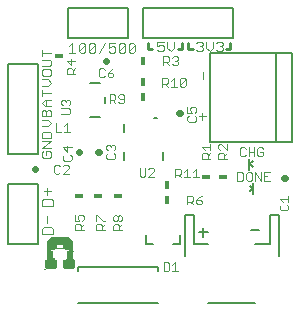
<source format=gto>
G75*
%MOIN*%
%OFA0B0*%
%FSLAX24Y24*%
%IPPOS*%
%LPD*%
%AMOC8*
5,1,8,0,0,1.08239X$1,22.5*
%
%ADD10C,0.0040*%
%ADD11C,0.0100*%
%ADD12C,0.0220*%
%ADD13C,0.0030*%
%ADD14C,0.0080*%
%ADD15C,0.0050*%
%ADD16R,0.0300X0.0180*%
%ADD17R,0.0180X0.0300*%
%ADD18C,0.0060*%
%ADD19R,0.0337X0.0000*%
%ADD20R,0.0337X0.0000*%
%ADD21R,0.0344X0.0001*%
%ADD22R,0.0348X0.0000*%
%ADD23R,0.0347X0.0000*%
%ADD24R,0.0350X0.0000*%
%ADD25R,0.0350X0.0000*%
%ADD26R,0.0352X0.0001*%
%ADD27R,0.0355X0.0000*%
%ADD28R,0.0354X0.0000*%
%ADD29R,0.0356X0.0001*%
%ADD30R,0.0359X0.0000*%
%ADD31R,0.0360X0.0000*%
%ADD32R,0.0361X0.0001*%
%ADD33R,0.0363X0.0000*%
%ADD34R,0.0362X0.0000*%
%ADD35R,0.0365X0.0001*%
%ADD36R,0.0364X0.0001*%
%ADD37R,0.0365X0.0000*%
%ADD38R,0.0366X0.0000*%
%ADD39R,0.0366X0.0000*%
%ADD40R,0.0367X0.0001*%
%ADD41R,0.0369X0.0000*%
%ADD42R,0.0370X0.0001*%
%ADD43R,0.0369X0.0001*%
%ADD44R,0.0370X0.0000*%
%ADD45R,0.0371X0.0000*%
%ADD46R,0.0371X0.0000*%
%ADD47R,0.0372X0.0001*%
%ADD48R,0.0372X0.0001*%
%ADD49R,0.0373X0.0000*%
%ADD50R,0.0373X0.0000*%
%ADD51R,0.0374X0.0001*%
%ADD52R,0.0374X0.0001*%
%ADD53R,0.0375X0.0000*%
%ADD54R,0.0374X0.0000*%
%ADD55R,0.0375X0.0000*%
%ADD56R,0.0375X0.0000*%
%ADD57R,0.0375X0.0001*%
%ADD58R,0.0376X0.0001*%
%ADD59R,0.0376X0.0000*%
%ADD60R,0.0377X0.0001*%
%ADD61R,0.0376X0.0001*%
%ADD62R,0.0377X0.0000*%
%ADD63R,0.0378X0.0000*%
%ADD64R,0.0378X0.0000*%
%ADD65R,0.0379X0.0001*%
%ADD66R,0.0379X0.0000*%
%ADD67R,0.0379X0.0000*%
%ADD68R,0.0380X0.0001*%
%ADD69R,0.0379X0.0001*%
%ADD70R,0.0380X0.0000*%
%ADD71R,0.0379X0.0000*%
%ADD72R,0.0380X0.0000*%
%ADD73R,0.0380X0.0000*%
%ADD74R,0.0380X0.0001*%
%ADD75R,0.0381X0.0001*%
%ADD76R,0.0381X0.0000*%
%ADD77R,0.0381X0.0001*%
%ADD78R,0.0381X0.0001*%
%ADD79R,0.0381X0.0000*%
%ADD80R,0.0382X0.0001*%
%ADD81R,0.0381X0.0001*%
%ADD82R,0.0382X0.0000*%
%ADD83R,0.0382X0.0000*%
%ADD84R,0.0382X0.0001*%
%ADD85R,0.0382X0.0000*%
%ADD86R,0.0383X0.0000*%
%ADD87R,0.0383X0.0001*%
%ADD88R,0.0383X0.0001*%
%ADD89R,0.0383X0.0000*%
%ADD90R,0.0382X0.0001*%
%ADD91R,0.0379X0.0001*%
%ADD92R,0.0381X0.0000*%
%ADD93R,0.0378X0.0001*%
%ADD94R,0.0377X0.0000*%
%ADD95R,0.0376X0.0000*%
%ADD96R,0.0374X0.0000*%
%ADD97R,0.0377X0.0001*%
%ADD98R,0.0372X0.0000*%
%ADD99R,0.0371X0.0001*%
%ADD100R,0.0376X0.0001*%
%ADD101R,0.0371X0.0000*%
%ADD102R,0.0376X0.0000*%
%ADD103R,0.0370X0.0000*%
%ADD104R,0.0369X0.0001*%
%ADD105R,0.0374X0.0001*%
%ADD106R,0.0368X0.0000*%
%ADD107R,0.0374X0.0000*%
%ADD108R,0.0367X0.0001*%
%ADD109R,0.0373X0.0001*%
%ADD110R,0.0366X0.0000*%
%ADD111R,0.0372X0.0000*%
%ADD112R,0.0365X0.0000*%
%ADD113R,0.0371X0.0000*%
%ADD114R,0.0364X0.0001*%
%ADD115R,0.0371X0.0001*%
%ADD116R,0.0362X0.0000*%
%ADD117R,0.0369X0.0000*%
%ADD118R,0.0360X0.0001*%
%ADD119R,0.0369X0.0001*%
%ADD120R,0.0359X0.0000*%
%ADD121R,0.0367X0.0000*%
%ADD122R,0.0357X0.0000*%
%ADD123R,0.0355X0.0001*%
%ADD124R,0.0365X0.0001*%
%ADD125R,0.0354X0.0000*%
%ADD126R,0.0364X0.0000*%
%ADD127R,0.0351X0.0001*%
%ADD128R,0.0363X0.0001*%
%ADD129R,0.0348X0.0000*%
%ADD130R,0.0361X0.0000*%
%ADD131R,0.0345X0.0000*%
%ADD132R,0.0340X0.0001*%
%ADD133R,0.0359X0.0001*%
%ADD134R,0.0258X0.0000*%
%ADD135R,0.0356X0.0000*%
%ADD136R,0.0257X0.0001*%
%ADD137R,0.0354X0.0001*%
%ADD138R,0.0257X0.0000*%
%ADD139R,0.0352X0.0000*%
%ADD140R,0.0347X0.0001*%
%ADD141R,0.0257X0.0000*%
%ADD142R,0.0344X0.0000*%
%ADD143R,0.0257X0.0001*%
%ADD144R,0.0338X0.0001*%
%ADD145R,0.0239X0.0000*%
%ADD146R,0.0256X0.0000*%
%ADD147R,0.0256X0.0001*%
%ADD148R,0.0239X0.0001*%
%ADD149R,0.0239X0.0001*%
%ADD150R,0.0256X0.0000*%
%ADD151R,0.0239X0.0000*%
%ADD152R,0.0256X0.0001*%
%ADD153R,0.0255X0.0000*%
%ADD154R,0.0238X0.0000*%
%ADD155R,0.0255X0.0001*%
%ADD156R,0.0238X0.0001*%
%ADD157R,0.0255X0.0000*%
%ADD158R,0.0255X0.0001*%
%ADD159R,0.0238X0.0001*%
%ADD160R,0.0238X0.0000*%
%ADD161R,0.0255X0.0000*%
%ADD162R,0.0238X0.0000*%
%ADD163R,0.0255X0.0001*%
%ADD164R,0.0238X0.0001*%
%ADD165R,0.0254X0.0000*%
%ADD166R,0.0254X0.0001*%
%ADD167R,0.0237X0.0000*%
%ADD168R,0.0254X0.0001*%
%ADD169R,0.0237X0.0001*%
%ADD170R,0.0254X0.0000*%
%ADD171R,0.0253X0.0000*%
%ADD172R,0.0236X0.0000*%
%ADD173R,0.0253X0.0001*%
%ADD174R,0.0236X0.0001*%
%ADD175R,0.0253X0.0000*%
%ADD176R,0.0253X0.0001*%
%ADD177R,0.0236X0.0001*%
%ADD178R,0.0236X0.0000*%
%ADD179R,0.0252X0.0001*%
%ADD180R,0.0252X0.0000*%
%ADD181R,0.0235X0.0000*%
%ADD182R,0.0235X0.0001*%
%ADD183R,0.0251X0.0000*%
%ADD184R,0.0251X0.0001*%
%ADD185R,0.0235X0.0001*%
%ADD186R,0.0235X0.0000*%
%ADD187R,0.0251X0.0001*%
%ADD188R,0.0251X0.0000*%
%ADD189R,0.0234X0.0000*%
%ADD190R,0.0250X0.0001*%
%ADD191R,0.0234X0.0001*%
%ADD192R,0.0250X0.0000*%
%ADD193R,0.0250X0.0000*%
%ADD194R,0.0234X0.0000*%
%ADD195R,0.0250X0.0001*%
%ADD196R,0.0234X0.0001*%
%ADD197R,0.0250X0.0001*%
%ADD198R,0.0250X0.0000*%
%ADD199R,0.0233X0.0000*%
%ADD200R,0.0249X0.0001*%
%ADD201R,0.0233X0.0001*%
%ADD202R,0.0249X0.0000*%
%ADD203R,0.0233X0.0001*%
%ADD204R,0.0233X0.0000*%
%ADD205R,0.0249X0.0000*%
%ADD206R,0.0249X0.0001*%
%ADD207R,0.0232X0.0000*%
%ADD208R,0.0248X0.0001*%
%ADD209R,0.0232X0.0001*%
%ADD210R,0.0248X0.0000*%
%ADD211R,0.0248X0.0001*%
%ADD212R,0.0232X0.0001*%
%ADD213R,0.0248X0.0000*%
%ADD214R,0.0232X0.0000*%
%ADD215R,0.0247X0.0000*%
%ADD216R,0.0231X0.0000*%
%ADD217R,0.0247X0.0001*%
%ADD218R,0.0231X0.0001*%
%ADD219R,0.0246X0.0001*%
%ADD220R,0.0246X0.0000*%
%ADD221R,0.0231X0.0000*%
%ADD222R,0.0231X0.0001*%
%ADD223R,0.0246X0.0000*%
%ADD224R,0.0246X0.0001*%
%ADD225R,0.0230X0.0000*%
%ADD226R,0.0245X0.0000*%
%ADD227R,0.0245X0.0001*%
%ADD228R,0.0230X0.0001*%
%ADD229R,0.0245X0.0001*%
%ADD230R,0.0230X0.0001*%
%ADD231R,0.0245X0.0000*%
%ADD232R,0.0230X0.0000*%
%ADD233R,0.0245X0.0000*%
%ADD234R,0.0229X0.0000*%
%ADD235R,0.0245X0.0001*%
%ADD236R,0.0229X0.0001*%
%ADD237R,0.0244X0.0000*%
%ADD238R,0.0244X0.0001*%
%ADD239R,0.0229X0.0001*%
%ADD240R,0.0229X0.0000*%
%ADD241R,0.0244X0.0000*%
%ADD242R,0.0228X0.0000*%
%ADD243R,0.0244X0.0001*%
%ADD244R,0.0228X0.0001*%
%ADD245R,0.0243X0.0000*%
%ADD246R,0.0243X0.0001*%
%ADD247R,0.0243X0.0000*%
%ADD248R,0.0228X0.0000*%
%ADD249R,0.0243X0.0001*%
%ADD250R,0.0228X0.0001*%
%ADD251R,0.0242X0.0000*%
%ADD252R,0.0227X0.0000*%
%ADD253R,0.0242X0.0001*%
%ADD254R,0.0227X0.0001*%
%ADD255R,0.0241X0.0000*%
%ADD256R,0.0241X0.0001*%
%ADD257R,0.0227X0.0001*%
%ADD258R,0.0227X0.0000*%
%ADD259R,0.0241X0.0001*%
%ADD260R,0.0241X0.0000*%
%ADD261R,0.0226X0.0000*%
%ADD262R,0.0226X0.0001*%
%ADD263R,0.0240X0.0000*%
%ADD264R,0.0240X0.0001*%
%ADD265R,0.0226X0.0001*%
%ADD266R,0.0240X0.0000*%
%ADD267R,0.0226X0.0000*%
%ADD268R,0.0240X0.0001*%
%ADD269R,0.0225X0.0000*%
%ADD270R,0.0240X0.0001*%
%ADD271R,0.0225X0.0001*%
%ADD272R,0.0240X0.0000*%
%ADD273R,0.0225X0.0000*%
%ADD274R,0.0225X0.0001*%
%ADD275R,0.0239X0.0001*%
%ADD276R,0.0239X0.0000*%
%ADD277R,0.0224X0.0000*%
%ADD278R,0.0224X0.0001*%
%ADD279R,0.0224X0.0001*%
%ADD280R,0.0224X0.0000*%
%ADD281R,0.0223X0.0000*%
%ADD282R,0.0237X0.0001*%
%ADD283R,0.0223X0.0001*%
%ADD284R,0.0237X0.0000*%
%ADD285R,0.0223X0.0001*%
%ADD286R,0.0223X0.0000*%
%ADD287R,0.0236X0.0000*%
%ADD288R,0.0222X0.0000*%
%ADD289R,0.0236X0.0001*%
%ADD290R,0.0222X0.0001*%
%ADD291R,0.0222X0.0000*%
%ADD292R,0.0222X0.0001*%
%ADD293R,0.0221X0.0000*%
%ADD294R,0.0235X0.0000*%
%ADD295R,0.0235X0.0001*%
%ADD296R,0.0221X0.0001*%
%ADD297R,0.0221X0.0001*%
%ADD298R,0.0221X0.0000*%
%ADD299R,0.0234X0.0000*%
%ADD300R,0.0220X0.0000*%
%ADD301R,0.0234X0.0001*%
%ADD302R,0.0220X0.0001*%
%ADD303R,0.0220X0.0001*%
%ADD304R,0.0220X0.0000*%
%ADD305R,0.0219X0.0000*%
%ADD306R,0.0219X0.0001*%
%ADD307R,0.0232X0.0000*%
%ADD308R,0.0232X0.0001*%
%ADD309R,0.0219X0.0000*%
%ADD310R,0.0219X0.0001*%
%ADD311R,0.0231X0.0000*%
%ADD312R,0.0218X0.0000*%
%ADD313R,0.0231X0.0001*%
%ADD314R,0.0218X0.0001*%
%ADD315R,0.0218X0.0001*%
%ADD316R,0.0218X0.0000*%
%ADD317R,0.0217X0.0000*%
%ADD318R,0.0217X0.0001*%
%ADD319R,0.0230X0.0000*%
%ADD320R,0.0230X0.0001*%
%ADD321R,0.0217X0.0001*%
%ADD322R,0.0217X0.0000*%
%ADD323R,0.0216X0.0000*%
%ADD324R,0.0229X0.0001*%
%ADD325R,0.0216X0.0001*%
%ADD326R,0.0229X0.0000*%
%ADD327R,0.0216X0.0000*%
%ADD328R,0.0216X0.0001*%
%ADD329R,0.0215X0.0000*%
%ADD330R,0.0227X0.0001*%
%ADD331R,0.0215X0.0001*%
%ADD332R,0.0227X0.0000*%
%ADD333R,0.0215X0.0001*%
%ADD334R,0.0215X0.0000*%
%ADD335R,0.0214X0.0000*%
%ADD336R,0.0226X0.0001*%
%ADD337R,0.0214X0.0001*%
%ADD338R,0.0226X0.0000*%
%ADD339R,0.0214X0.0001*%
%ADD340R,0.0214X0.0000*%
%ADD341R,0.0213X0.0000*%
%ADD342R,0.0213X0.0001*%
%ADD343R,0.0225X0.0001*%
%ADD344R,0.0225X0.0000*%
%ADD345R,0.0213X0.0000*%
%ADD346R,0.0213X0.0001*%
%ADD347R,0.0213X0.0000*%
%ADD348R,0.0224X0.0000*%
%ADD349R,0.0224X0.0001*%
%ADD350R,0.0213X0.0001*%
%ADD351R,0.0212X0.0001*%
%ADD352R,0.0212X0.0000*%
%ADD353R,0.0211X0.0000*%
%ADD354R,0.0211X0.0001*%
%ADD355R,0.0222X0.0000*%
%ADD356R,0.0222X0.0001*%
%ADD357R,0.0211X0.0001*%
%ADD358R,0.0211X0.0000*%
%ADD359R,0.0210X0.0000*%
%ADD360R,0.0210X0.0001*%
%ADD361R,0.0221X0.0000*%
%ADD362R,0.0221X0.0001*%
%ADD363R,0.0210X0.0000*%
%ADD364R,0.0210X0.0001*%
%ADD365R,0.0209X0.0000*%
%ADD366R,0.0209X0.0001*%
%ADD367R,0.0220X0.0000*%
%ADD368R,0.0220X0.0001*%
%ADD369R,0.0209X0.0001*%
%ADD370R,0.0209X0.0000*%
%ADD371R,0.0208X0.0000*%
%ADD372R,0.0208X0.0001*%
%ADD373R,0.0219X0.0000*%
%ADD374R,0.0219X0.0001*%
%ADD375R,0.0208X0.0001*%
%ADD376R,0.0208X0.0000*%
%ADD377R,0.0208X0.0000*%
%ADD378R,0.0208X0.0001*%
%ADD379R,0.0217X0.0000*%
%ADD380R,0.0207X0.0000*%
%ADD381R,0.0217X0.0001*%
%ADD382R,0.0207X0.0001*%
%ADD383R,0.0206X0.0000*%
%ADD384R,0.0216X0.0001*%
%ADD385R,0.0206X0.0001*%
%ADD386R,0.0216X0.0000*%
%ADD387R,0.0206X0.0001*%
%ADD388R,0.0206X0.0000*%
%ADD389R,0.0205X0.0000*%
%ADD390R,0.0205X0.0001*%
%ADD391R,0.0215X0.0001*%
%ADD392R,0.0205X0.0001*%
%ADD393R,0.0215X0.0000*%
%ADD394R,0.0205X0.0000*%
%ADD395R,0.0204X0.0000*%
%ADD396R,0.0204X0.0001*%
%ADD397R,0.0214X0.0001*%
%ADD398R,0.0214X0.0000*%
%ADD399R,0.0204X0.0000*%
%ADD400R,0.0204X0.0001*%
%ADD401R,0.0203X0.0000*%
%ADD402R,0.0203X0.0001*%
%ADD403R,0.0212X0.0001*%
%ADD404R,0.0203X0.0001*%
%ADD405R,0.0212X0.0000*%
%ADD406R,0.0203X0.0000*%
%ADD407R,0.0203X0.0000*%
%ADD408R,0.0203X0.0001*%
%ADD409R,0.0211X0.0000*%
%ADD410R,0.0211X0.0001*%
%ADD411R,0.0202X0.0001*%
%ADD412R,0.0202X0.0000*%
%ADD413R,0.0201X0.0000*%
%ADD414R,0.0201X0.0001*%
%ADD415R,0.0210X0.0000*%
%ADD416R,0.0201X0.0000*%
%ADD417R,0.0210X0.0001*%
%ADD418R,0.0201X0.0001*%
%ADD419R,0.0200X0.0000*%
%ADD420R,0.0200X0.0001*%
%ADD421R,0.0209X0.0000*%
%ADD422R,0.0209X0.0001*%
%ADD423R,0.0200X0.0001*%
%ADD424R,0.0200X0.0000*%
%ADD425R,0.0199X0.0000*%
%ADD426R,0.0199X0.0001*%
%ADD427R,0.0199X0.0001*%
%ADD428R,0.0207X0.0000*%
%ADD429R,0.0199X0.0000*%
%ADD430R,0.0207X0.0001*%
%ADD431R,0.0198X0.0000*%
%ADD432R,0.0198X0.0001*%
%ADD433R,0.0206X0.0000*%
%ADD434R,0.0198X0.0000*%
%ADD435R,0.0206X0.0001*%
%ADD436R,0.0198X0.0001*%
%ADD437R,0.0198X0.0000*%
%ADD438R,0.0198X0.0001*%
%ADD439R,0.0197X0.0001*%
%ADD440R,0.0205X0.0000*%
%ADD441R,0.0197X0.0000*%
%ADD442R,0.0205X0.0001*%
%ADD443R,0.0196X0.0000*%
%ADD444R,0.0196X0.0001*%
%ADD445R,0.0204X0.0001*%
%ADD446R,0.0196X0.0001*%
%ADD447R,0.0204X0.0000*%
%ADD448R,0.0196X0.0000*%
%ADD449R,0.0195X0.0000*%
%ADD450R,0.0195X0.0001*%
%ADD451R,0.0195X0.0000*%
%ADD452R,0.0202X0.0001*%
%ADD453R,0.0195X0.0001*%
%ADD454R,0.0202X0.0000*%
%ADD455R,0.0194X0.0000*%
%ADD456R,0.0194X0.0001*%
%ADD457R,0.0201X0.0001*%
%ADD458R,0.0194X0.0001*%
%ADD459R,0.0201X0.0000*%
%ADD460R,0.0194X0.0000*%
%ADD461R,0.0193X0.0000*%
%ADD462R,0.0193X0.0001*%
%ADD463R,0.0193X0.0001*%
%ADD464R,0.0193X0.0000*%
%ADD465R,0.0200X0.0001*%
%ADD466R,0.0200X0.0000*%
%ADD467R,0.0192X0.0000*%
%ADD468R,0.0192X0.0001*%
%ADD469R,0.0199X0.0000*%
%ADD470R,0.0192X0.0000*%
%ADD471R,0.0199X0.0001*%
%ADD472R,0.0192X0.0001*%
%ADD473R,0.0191X0.0000*%
%ADD474R,0.0191X0.0001*%
%ADD475R,0.0191X0.0001*%
%ADD476R,0.0191X0.0000*%
%ADD477R,0.0197X0.0000*%
%ADD478R,0.0197X0.0001*%
%ADD479R,0.0190X0.0000*%
%ADD480R,0.0190X0.0001*%
%ADD481R,0.0190X0.0001*%
%ADD482R,0.0196X0.0000*%
%ADD483R,0.0190X0.0000*%
%ADD484R,0.0196X0.0001*%
%ADD485R,0.0189X0.0000*%
%ADD486R,0.0189X0.0001*%
%ADD487R,0.0189X0.0000*%
%ADD488R,0.0189X0.0001*%
%ADD489R,0.0195X0.0000*%
%ADD490R,0.0195X0.0001*%
%ADD491R,0.0188X0.0000*%
%ADD492R,0.0188X0.0001*%
%ADD493R,0.0188X0.0001*%
%ADD494R,0.0194X0.0000*%
%ADD495R,0.0188X0.0000*%
%ADD496R,0.0194X0.0001*%
%ADD497R,0.0187X0.0000*%
%ADD498R,0.0187X0.0001*%
%ADD499R,0.0187X0.0001*%
%ADD500R,0.0187X0.0000*%
%ADD501R,0.0192X0.0000*%
%ADD502R,0.0186X0.0000*%
%ADD503R,0.0192X0.0001*%
%ADD504R,0.0186X0.0001*%
%ADD505R,0.0186X0.0000*%
%ADD506R,0.0191X0.0001*%
%ADD507R,0.0186X0.0001*%
%ADD508R,0.0191X0.0000*%
%ADD509R,0.0185X0.0000*%
%ADD510R,0.0185X0.0001*%
%ADD511R,0.0185X0.0001*%
%ADD512R,0.0185X0.0000*%
%ADD513R,0.0190X0.0001*%
%ADD514R,0.0190X0.0000*%
%ADD515R,0.0184X0.0000*%
%ADD516R,0.0184X0.0001*%
%ADD517R,0.0184X0.0001*%
%ADD518R,0.0184X0.0000*%
%ADD519R,0.0189X0.0001*%
%ADD520R,0.0189X0.0000*%
%ADD521R,0.0183X0.0000*%
%ADD522R,0.0183X0.0001*%
%ADD523R,0.0183X0.0000*%
%ADD524R,0.0183X0.0001*%
%ADD525R,0.0187X0.0001*%
%ADD526R,0.0187X0.0000*%
%ADD527R,0.0182X0.0000*%
%ADD528R,0.0182X0.0001*%
%ADD529R,0.0182X0.0001*%
%ADD530R,0.0182X0.0000*%
%ADD531R,0.0186X0.0000*%
%ADD532R,0.0186X0.0001*%
%ADD533R,0.0181X0.0000*%
%ADD534R,0.0181X0.0001*%
%ADD535R,0.0181X0.0001*%
%ADD536R,0.0181X0.0000*%
%ADD537R,0.0185X0.0000*%
%ADD538R,0.0180X0.0000*%
%ADD539R,0.0185X0.0001*%
%ADD540R,0.0180X0.0001*%
%ADD541R,0.0180X0.0000*%
%ADD542R,0.0180X0.0001*%
%ADD543R,0.0184X0.0000*%
%ADD544R,0.0184X0.0001*%
%ADD545R,0.0179X0.0000*%
%ADD546R,0.0179X0.0001*%
%ADD547R,0.0179X0.0001*%
%ADD548R,0.0179X0.0000*%
%ADD549R,0.0182X0.0000*%
%ADD550R,0.0178X0.0000*%
%ADD551R,0.0182X0.0001*%
%ADD552R,0.0178X0.0001*%
%ADD553R,0.0178X0.0001*%
%ADD554R,0.0178X0.0000*%
%ADD555R,0.0181X0.0000*%
%ADD556R,0.0177X0.0000*%
%ADD557R,0.0181X0.0001*%
%ADD558R,0.0177X0.0001*%
%ADD559R,0.0177X0.0000*%
%ADD560R,0.0177X0.0001*%
%ADD561R,0.0180X0.0000*%
%ADD562R,0.0176X0.0000*%
%ADD563R,0.0180X0.0001*%
%ADD564R,0.0176X0.0001*%
%ADD565R,0.0176X0.0001*%
%ADD566R,0.0176X0.0000*%
%ADD567R,0.0179X0.0001*%
%ADD568R,0.0179X0.0000*%
%ADD569R,0.0175X0.0000*%
%ADD570R,0.0175X0.0001*%
%ADD571R,0.0175X0.0001*%
%ADD572R,0.0175X0.0000*%
%ADD573R,0.0174X0.0000*%
%ADD574R,0.0177X0.0001*%
%ADD575R,0.0174X0.0001*%
%ADD576R,0.0177X0.0000*%
%ADD577R,0.0174X0.0000*%
%ADD578R,0.0174X0.0001*%
%ADD579R,0.0176X0.0001*%
%ADD580R,0.0176X0.0000*%
%ADD581R,0.0173X0.0000*%
%ADD582R,0.0173X0.0001*%
%ADD583R,0.0173X0.0001*%
%ADD584R,0.0173X0.0000*%
%ADD585R,0.0173X0.0000*%
%ADD586R,0.0175X0.0001*%
%ADD587R,0.0173X0.0001*%
%ADD588R,0.0175X0.0000*%
%ADD589R,0.0172X0.0001*%
%ADD590R,0.0172X0.0000*%
%ADD591R,0.0174X0.0000*%
%ADD592R,0.0171X0.0000*%
%ADD593R,0.0174X0.0001*%
%ADD594R,0.0171X0.0001*%
%ADD595R,0.0171X0.0000*%
%ADD596R,0.0171X0.0001*%
%ADD597R,0.0170X0.0000*%
%ADD598R,0.0172X0.0000*%
%ADD599R,0.0172X0.0001*%
%ADD600R,0.0170X0.0001*%
%ADD601R,0.0170X0.0001*%
%ADD602R,0.0170X0.0000*%
%ADD603R,0.0171X0.0000*%
%ADD604R,0.0169X0.0000*%
%ADD605R,0.0171X0.0001*%
%ADD606R,0.0169X0.0001*%
%ADD607R,0.0169X0.0001*%
%ADD608R,0.0169X0.0000*%
%ADD609R,0.0168X0.0000*%
%ADD610R,0.0168X0.0001*%
%ADD611R,0.0170X0.0000*%
%ADD612R,0.0170X0.0001*%
%ADD613R,0.0168X0.0000*%
%ADD614R,0.0168X0.0001*%
%ADD615R,0.0169X0.0000*%
%ADD616R,0.0168X0.0000*%
%ADD617R,0.0169X0.0001*%
%ADD618R,0.0168X0.0001*%
%ADD619R,0.0167X0.0001*%
%ADD620R,0.0167X0.0000*%
%ADD621R,0.0166X0.0000*%
%ADD622R,0.0166X0.0001*%
%ADD623R,0.0167X0.0000*%
%ADD624R,0.0167X0.0001*%
%ADD625R,0.0166X0.0001*%
%ADD626R,0.0166X0.0000*%
%ADD627R,0.0165X0.0000*%
%ADD628R,0.0166X0.0001*%
%ADD629R,0.0165X0.0001*%
%ADD630R,0.0166X0.0000*%
%ADD631R,0.0165X0.0000*%
%ADD632R,0.0165X0.0001*%
%ADD633R,0.0164X0.0000*%
%ADD634R,0.0165X0.0001*%
%ADD635R,0.0164X0.0001*%
%ADD636R,0.0165X0.0000*%
%ADD637R,0.0164X0.0001*%
%ADD638R,0.0164X0.0000*%
%ADD639R,0.0163X0.0000*%
%ADD640R,0.0164X0.0001*%
%ADD641R,0.0163X0.0001*%
%ADD642R,0.0164X0.0000*%
%ADD643R,0.0163X0.0001*%
%ADD644R,0.0163X0.0000*%
%ADD645R,0.0163X0.0000*%
%ADD646R,0.0163X0.0001*%
%ADD647R,0.0162X0.0001*%
%ADD648R,0.0162X0.0000*%
%ADD649R,0.0162X0.0000*%
%ADD650R,0.0161X0.0001*%
%ADD651R,0.0162X0.0001*%
%ADD652R,0.0161X0.0000*%
%ADD653R,0.0161X0.0000*%
%ADD654R,0.0161X0.0001*%
%ADD655R,0.0160X0.0001*%
%ADD656R,0.0161X0.0001*%
%ADD657R,0.0160X0.0000*%
%ADD658R,0.0161X0.0000*%
%ADD659R,0.0160X0.0000*%
%ADD660R,0.0160X0.0001*%
%ADD661R,0.0160X0.0000*%
%ADD662R,0.0160X0.0001*%
%ADD663R,0.0159X0.0001*%
%ADD664R,0.0159X0.0000*%
%ADD665R,0.0159X0.0000*%
%ADD666R,0.0159X0.0001*%
%ADD667R,0.0159X0.0000*%
%ADD668R,0.0159X0.0001*%
%ADD669R,0.0158X0.0000*%
%ADD670R,0.0158X0.0001*%
%ADD671R,0.0158X0.0000*%
%ADD672R,0.0158X0.0000*%
%ADD673R,0.0158X0.0001*%
%ADD674R,0.0158X0.0001*%
%ADD675R,0.0157X0.0000*%
%ADD676R,0.0157X0.0001*%
%ADD677R,0.0156X0.0000*%
%ADD678R,0.0156X0.0001*%
%ADD679R,0.0156X0.0000*%
%ADD680R,0.0156X0.0001*%
%ADD681R,0.0157X0.0001*%
%ADD682R,0.0155X0.0000*%
%ADD683R,0.0157X0.0000*%
%ADD684R,0.0155X0.0001*%
%ADD685R,0.0155X0.0001*%
%ADD686R,0.0155X0.0000*%
%ADD687R,0.0155X0.0000*%
%ADD688R,0.0156X0.0000*%
%ADD689R,0.0155X0.0001*%
%ADD690R,0.0156X0.0001*%
%ADD691R,0.0154X0.0000*%
%ADD692R,0.0154X0.0001*%
%ADD693R,0.0154X0.0001*%
%ADD694R,0.0154X0.0000*%
%ADD695R,0.0153X0.0000*%
%ADD696R,0.0153X0.0001*%
%ADD697R,0.0154X0.0000*%
%ADD698R,0.0152X0.0001*%
%ADD699R,0.0154X0.0001*%
%ADD700R,0.0152X0.0000*%
%ADD701R,0.0152X0.0001*%
%ADD702R,0.0152X0.0000*%
%ADD703R,0.0151X0.0000*%
%ADD704R,0.0153X0.0000*%
%ADD705R,0.0151X0.0001*%
%ADD706R,0.0153X0.0001*%
%ADD707R,0.0151X0.0001*%
%ADD708R,0.0151X0.0000*%
%ADD709R,0.0150X0.0001*%
%ADD710R,0.0150X0.0000*%
%ADD711R,0.0150X0.0000*%
%ADD712R,0.0150X0.0001*%
%ADD713R,0.0150X0.0001*%
%ADD714R,0.0152X0.0001*%
%ADD715R,0.0150X0.0000*%
%ADD716R,0.0152X0.0000*%
%ADD717R,0.0149X0.0000*%
%ADD718R,0.0149X0.0001*%
%ADD719R,0.0149X0.0000*%
%ADD720R,0.0149X0.0001*%
%ADD721R,0.0151X0.0001*%
%ADD722R,0.0151X0.0000*%
%ADD723R,0.0148X0.0001*%
%ADD724R,0.0148X0.0000*%
%ADD725R,0.0260X0.0000*%
%ADD726R,0.0259X0.0000*%
%ADD727R,0.0260X0.0001*%
%ADD728R,0.0259X0.0001*%
%ADD729R,0.0868X0.0000*%
%ADD730R,0.0868X0.0001*%
%ADD731R,0.0321X0.0000*%
%ADD732R,0.0305X0.0000*%
%ADD733R,0.0321X0.0001*%
%ADD734R,0.0305X0.0001*%
%ADD735R,0.0867X0.0000*%
%ADD736R,0.0867X0.0001*%
%ADD737R,0.0867X0.0000*%
%ADD738R,0.0867X0.0001*%
%ADD739R,0.0866X0.0000*%
%ADD740R,0.0866X0.0000*%
%ADD741R,0.0866X0.0001*%
%ADD742R,0.0866X0.0000*%
%ADD743R,0.0866X0.0001*%
%ADD744R,0.0865X0.0000*%
%ADD745R,0.0865X0.0001*%
%ADD746R,0.0864X0.0001*%
%ADD747R,0.0864X0.0000*%
%ADD748R,0.0864X0.0001*%
%ADD749R,0.0864X0.0000*%
%ADD750R,0.0864X0.0001*%
%ADD751R,0.0864X0.0000*%
%ADD752R,0.0863X0.0001*%
%ADD753R,0.0863X0.0000*%
%ADD754R,0.0862X0.0001*%
%ADD755R,0.0862X0.0000*%
%ADD756R,0.0862X0.0001*%
%ADD757R,0.0862X0.0000*%
%ADD758R,0.0861X0.0001*%
%ADD759R,0.0861X0.0000*%
%ADD760R,0.0861X0.0001*%
%ADD761R,0.0860X0.0001*%
%ADD762R,0.0860X0.0000*%
%ADD763R,0.0859X0.0000*%
%ADD764R,0.0859X0.0001*%
%ADD765R,0.0858X0.0000*%
%ADD766R,0.0858X0.0001*%
%ADD767R,0.0857X0.0001*%
%ADD768R,0.0857X0.0000*%
%ADD769R,0.0856X0.0000*%
%ADD770R,0.0856X0.0001*%
%ADD771R,0.0855X0.0000*%
%ADD772R,0.0855X0.0001*%
%ADD773R,0.0855X0.0000*%
%ADD774R,0.0855X0.0001*%
%ADD775R,0.0854X0.0000*%
%ADD776R,0.0854X0.0001*%
%ADD777R,0.0853X0.0000*%
%ADD778R,0.0853X0.0001*%
%ADD779R,0.0853X0.0000*%
%ADD780R,0.0853X0.0000*%
%ADD781R,0.0852X0.0001*%
%ADD782R,0.0852X0.0000*%
%ADD783R,0.0852X0.0001*%
%ADD784R,0.0851X0.0000*%
%ADD785R,0.0850X0.0001*%
%ADD786R,0.0850X0.0000*%
%ADD787R,0.0850X0.0001*%
%ADD788R,0.0849X0.0000*%
%ADD789R,0.0848X0.0001*%
%ADD790R,0.0848X0.0000*%
%ADD791R,0.0848X0.0001*%
%ADD792R,0.0848X0.0000*%
%ADD793R,0.0847X0.0000*%
%ADD794R,0.0847X0.0001*%
%ADD795R,0.0846X0.0000*%
%ADD796R,0.0846X0.0001*%
%ADD797R,0.0845X0.0000*%
%ADD798R,0.0845X0.0000*%
%ADD799R,0.0845X0.0001*%
%ADD800R,0.0843X0.0000*%
%ADD801R,0.0843X0.0001*%
%ADD802R,0.0841X0.0000*%
%ADD803R,0.0840X0.0000*%
%ADD804R,0.0839X0.0001*%
%ADD805R,0.0838X0.0000*%
%ADD806R,0.0837X0.0001*%
%ADD807R,0.0836X0.0000*%
%ADD808R,0.0835X0.0000*%
%ADD809R,0.0834X0.0001*%
%ADD810R,0.0833X0.0000*%
%ADD811R,0.0832X0.0001*%
%ADD812R,0.0831X0.0000*%
%ADD813R,0.0830X0.0000*%
%ADD814R,0.0829X0.0001*%
%ADD815R,0.0828X0.0000*%
%ADD816R,0.0827X0.0001*%
%ADD817R,0.0826X0.0000*%
%ADD818R,0.0825X0.0000*%
%ADD819R,0.0824X0.0001*%
%ADD820R,0.0823X0.0000*%
%ADD821R,0.0822X0.0001*%
%ADD822R,0.0821X0.0000*%
%ADD823R,0.0820X0.0000*%
%ADD824R,0.0819X0.0001*%
%ADD825R,0.0818X0.0000*%
%ADD826R,0.0817X0.0001*%
%ADD827R,0.0816X0.0000*%
%ADD828R,0.0815X0.0000*%
%ADD829R,0.0814X0.0001*%
%ADD830R,0.0813X0.0000*%
%ADD831R,0.0812X0.0001*%
%ADD832R,0.0811X0.0000*%
%ADD833R,0.0810X0.0000*%
%ADD834R,0.0808X0.0001*%
%ADD835R,0.0808X0.0000*%
%ADD836R,0.0807X0.0001*%
%ADD837R,0.0805X0.0000*%
%ADD838R,0.0805X0.0000*%
%ADD839R,0.0803X0.0001*%
%ADD840R,0.0803X0.0000*%
%ADD841R,0.0802X0.0001*%
%ADD842R,0.0800X0.0000*%
%ADD843R,0.0800X0.0000*%
%ADD844R,0.0798X0.0001*%
%ADD845R,0.0798X0.0000*%
%ADD846R,0.0797X0.0001*%
%ADD847R,0.0795X0.0000*%
%ADD848R,0.0795X0.0000*%
%ADD849R,0.0793X0.0001*%
%ADD850R,0.0793X0.0000*%
%ADD851R,0.0791X0.0001*%
%ADD852R,0.0790X0.0000*%
%ADD853R,0.0789X0.0000*%
%ADD854R,0.0788X0.0001*%
%ADD855R,0.0787X0.0000*%
%ADD856R,0.0786X0.0001*%
%ADD857R,0.0785X0.0000*%
%ADD858R,0.0784X0.0000*%
%ADD859R,0.0783X0.0001*%
%ADD860R,0.0782X0.0000*%
%ADD861R,0.0781X0.0001*%
%ADD862R,0.0780X0.0000*%
%ADD863R,0.0779X0.0000*%
%ADD864R,0.0778X0.0001*%
%ADD865R,0.0777X0.0000*%
%ADD866R,0.0776X0.0001*%
%ADD867R,0.0775X0.0000*%
%ADD868R,0.0774X0.0000*%
%ADD869R,0.0773X0.0001*%
%ADD870R,0.0772X0.0000*%
%ADD871R,0.0771X0.0001*%
%ADD872R,0.0770X0.0000*%
%ADD873R,0.0769X0.0000*%
%ADD874R,0.0768X0.0001*%
%ADD875R,0.0767X0.0000*%
%ADD876R,0.0766X0.0001*%
%ADD877R,0.0765X0.0000*%
%ADD878R,0.0764X0.0000*%
%ADD879R,0.0763X0.0001*%
%ADD880R,0.0762X0.0000*%
%ADD881R,0.0761X0.0001*%
%ADD882R,0.0760X0.0000*%
%ADD883R,0.0758X0.0000*%
%ADD884R,0.0757X0.0001*%
%ADD885R,0.0757X0.0000*%
%ADD886R,0.0755X0.0001*%
%ADD887R,0.0755X0.0000*%
%ADD888R,0.0753X0.0000*%
%ADD889R,0.0752X0.0001*%
%ADD890R,0.0752X0.0000*%
%ADD891R,0.0750X0.0001*%
%ADD892R,0.0750X0.0000*%
%ADD893R,0.0748X0.0000*%
%ADD894R,0.0747X0.0001*%
%ADD895R,0.0747X0.0000*%
%ADD896R,0.0745X0.0001*%
%ADD897R,0.0745X0.0000*%
%ADD898R,0.0743X0.0000*%
%ADD899R,0.0742X0.0001*%
%ADD900R,0.0741X0.0000*%
%ADD901R,0.0740X0.0001*%
%ADD902R,0.0739X0.0000*%
%ADD903R,0.0738X0.0000*%
%ADD904R,0.0737X0.0001*%
%ADD905R,0.0736X0.0000*%
%ADD906R,0.0735X0.0001*%
%ADD907R,0.0734X0.0000*%
%ADD908R,0.0733X0.0000*%
%ADD909R,0.0732X0.0001*%
%ADD910R,0.0731X0.0000*%
%ADD911R,0.0730X0.0001*%
%ADD912R,0.0729X0.0000*%
%ADD913R,0.0728X0.0000*%
%ADD914R,0.0727X0.0001*%
%ADD915R,0.0726X0.0000*%
%ADD916R,0.0725X0.0001*%
%ADD917R,0.0724X0.0000*%
%ADD918R,0.0723X0.0000*%
%ADD919R,0.0722X0.0001*%
%ADD920R,0.0721X0.0000*%
%ADD921R,0.0720X0.0001*%
%ADD922R,0.0719X0.0000*%
%ADD923R,0.0718X0.0000*%
%ADD924R,0.0717X0.0001*%
%ADD925R,0.0716X0.0000*%
%ADD926R,0.0715X0.0001*%
%ADD927R,0.0714X0.0000*%
%ADD928R,0.0713X0.0000*%
%ADD929R,0.0712X0.0001*%
%ADD930R,0.0711X0.0000*%
%ADD931R,0.0710X0.0001*%
%ADD932R,0.0709X0.0000*%
%ADD933R,0.0707X0.0000*%
%ADD934R,0.0707X0.0001*%
%ADD935R,0.0705X0.0000*%
%ADD936R,0.0705X0.0001*%
%ADD937R,0.0703X0.0000*%
%ADD938R,0.0703X0.0000*%
%ADD939R,0.0702X0.0001*%
%ADD940R,0.0700X0.0000*%
%ADD941R,0.0700X0.0001*%
%ADD942R,0.0698X0.0000*%
%ADD943R,0.0698X0.0000*%
%ADD944R,0.0697X0.0001*%
%ADD945R,0.0695X0.0000*%
%ADD946R,0.0695X0.0001*%
%ADD947R,0.0693X0.0000*%
%ADD948R,0.0692X0.0000*%
%ADD949R,0.0691X0.0001*%
%ADD950R,0.0690X0.0000*%
%ADD951R,0.0689X0.0001*%
%ADD952R,0.0688X0.0000*%
%ADD953R,0.0687X0.0000*%
%ADD954R,0.0686X0.0001*%
%ADD955R,0.0685X0.0000*%
%ADD956R,0.0684X0.0001*%
%ADD957R,0.0683X0.0000*%
%ADD958R,0.0682X0.0000*%
%ADD959R,0.0681X0.0001*%
%ADD960R,0.0680X0.0000*%
%ADD961R,0.0679X0.0001*%
%ADD962R,0.0678X0.0000*%
%ADD963R,0.0677X0.0000*%
%ADD964R,0.0676X0.0001*%
%ADD965R,0.0675X0.0000*%
%ADD966R,0.0674X0.0001*%
%ADD967R,0.0673X0.0000*%
%ADD968R,0.0672X0.0000*%
%ADD969R,0.0671X0.0001*%
%ADD970R,0.0670X0.0000*%
%ADD971R,0.0669X0.0001*%
%ADD972R,0.0668X0.0000*%
%ADD973R,0.0667X0.0000*%
%ADD974R,0.0666X0.0001*%
%ADD975R,0.0665X0.0000*%
%ADD976R,0.0664X0.0001*%
%ADD977R,0.0663X0.0000*%
%ADD978R,0.0662X0.0000*%
%ADD979R,0.0661X0.0001*%
%ADD980R,0.0660X0.0000*%
%ADD981R,0.0659X0.0001*%
%ADD982R,0.0658X0.0000*%
%ADD983R,0.0657X0.0000*%
%ADD984R,0.0655X0.0001*%
%ADD985R,0.0655X0.0000*%
%ADD986R,0.0653X0.0001*%
%ADD987R,0.0653X0.0000*%
%ADD988R,0.0652X0.0000*%
%ADD989R,0.0650X0.0001*%
%ADD990R,0.0650X0.0000*%
%ADD991R,0.0648X0.0001*%
%ADD992R,0.0648X0.0000*%
%ADD993R,0.0647X0.0000*%
%ADD994R,0.0645X0.0001*%
%ADD995R,0.0645X0.0000*%
%ADD996R,0.0643X0.0001*%
%ADD997R,0.0642X0.0000*%
%ADD998R,0.0641X0.0000*%
%ADD999R,0.0640X0.0001*%
%ADD1000R,0.0639X0.0000*%
%ADD1001R,0.0638X0.0001*%
%ADD1002R,0.0637X0.0000*%
%ADD1003R,0.0636X0.0000*%
%ADD1004R,0.0635X0.0001*%
%ADD1005R,0.0634X0.0000*%
%ADD1006R,0.0633X0.0001*%
%ADD1007R,0.0632X0.0000*%
%ADD1008R,0.0631X0.0000*%
%ADD1009R,0.0630X0.0001*%
%ADD1010R,0.0629X0.0000*%
%ADD1011R,0.0628X0.0001*%
%ADD1012R,0.0627X0.0000*%
%ADD1013R,0.0626X0.0000*%
%ADD1014R,0.0625X0.0001*%
%ADD1015R,0.0624X0.0000*%
%ADD1016R,0.0623X0.0001*%
%ADD1017R,0.0622X0.0000*%
%ADD1018R,0.0621X0.0000*%
%ADD1019R,0.0620X0.0001*%
%ADD1020R,0.0619X0.0000*%
%ADD1021R,0.0618X0.0001*%
%ADD1022R,0.0617X0.0000*%
%ADD1023R,0.0616X0.0000*%
%ADD1024R,0.0615X0.0001*%
%ADD1025R,0.0614X0.0000*%
%ADD1026R,0.0613X0.0001*%
%ADD1027R,0.0612X0.0000*%
%ADD1028R,0.0611X0.0000*%
%ADD1029R,0.0610X0.0001*%
%ADD1030R,0.0609X0.0000*%
%ADD1031R,0.0607X0.0001*%
%ADD1032R,0.0607X0.0000*%
%ADD1033R,0.0605X0.0000*%
%ADD1034R,0.0605X0.0001*%
%ADD1035R,0.0603X0.0000*%
%ADD1036R,0.0602X0.0001*%
%ADD1037R,0.0602X0.0000*%
%ADD1038R,0.0600X0.0000*%
%ADD1039R,0.0600X0.0001*%
%ADD1040R,0.0598X0.0000*%
%ADD1041R,0.0597X0.0001*%
%ADD1042R,0.0597X0.0000*%
%ADD1043R,0.0595X0.0000*%
%ADD1044R,0.0595X0.0001*%
%ADD1045R,0.0593X0.0000*%
%ADD1046R,0.0592X0.0001*%
%ADD1047R,0.0591X0.0000*%
%ADD1048R,0.0590X0.0000*%
%ADD1049R,0.0589X0.0001*%
%ADD1050R,0.0588X0.0000*%
%ADD1051R,0.0587X0.0001*%
%ADD1052R,0.0586X0.0000*%
%ADD1053R,0.0585X0.0000*%
%ADD1054R,0.0584X0.0001*%
%ADD1055R,0.0583X0.0000*%
%ADD1056R,0.0582X0.0001*%
%ADD1057R,0.0581X0.0000*%
%ADD1058R,0.0580X0.0000*%
%ADD1059R,0.0579X0.0001*%
%ADD1060R,0.0578X0.0000*%
%ADD1061R,0.0577X0.0001*%
%ADD1062R,0.0576X0.0000*%
%ADD1063R,0.0575X0.0000*%
%ADD1064R,0.0574X0.0001*%
%ADD1065R,0.0573X0.0000*%
%ADD1066R,0.0571X0.0001*%
%ADD1067R,0.0568X0.0000*%
%ADD1068R,0.0565X0.0000*%
%ADD1069R,0.0563X0.0001*%
%ADD1070R,0.0560X0.0000*%
%ADD1071R,0.0557X0.0001*%
%ADD1072R,0.0554X0.0000*%
%ADD1073R,0.0551X0.0000*%
%ADD1074R,0.0548X0.0001*%
%ADD1075R,0.0545X0.0000*%
%ADD1076R,0.0542X0.0001*%
%ADD1077R,0.0537X0.0000*%
%ADD1078R,0.0533X0.0000*%
%ADD1079R,0.0530X0.0001*%
%ADD1080R,0.0526X0.0000*%
%ADD1081R,0.0522X0.0001*%
%ADD1082R,0.0518X0.0000*%
%ADD1083R,0.0513X0.0000*%
%ADD1084R,0.0508X0.0001*%
%ADD1085R,0.0503X0.0000*%
%ADD1086R,0.0496X0.0001*%
%ADD1087R,0.0489X0.0000*%
%ADD1088R,0.0477X0.0000*%
%ADD1089C,0.0000*%
D10*
X001595Y002948D02*
X001595Y003128D01*
X001655Y003188D01*
X001895Y003188D01*
X001955Y003128D01*
X001955Y002948D01*
X001595Y002948D01*
X001775Y003316D02*
X001775Y003556D01*
X001595Y003898D02*
X001955Y003898D01*
X001955Y004078D01*
X001895Y004138D01*
X001655Y004138D01*
X001595Y004078D01*
X001595Y003898D01*
X001775Y004266D02*
X001775Y004506D01*
X001655Y004386D02*
X001895Y004386D01*
X001852Y005498D02*
X001638Y005498D01*
X001585Y005551D01*
X001585Y005658D01*
X001638Y005711D01*
X001745Y005711D02*
X001745Y005604D01*
X001745Y005711D02*
X001852Y005711D01*
X001905Y005658D01*
X001905Y005551D01*
X001852Y005498D01*
X001905Y005829D02*
X001585Y005829D01*
X001905Y006043D01*
X001585Y006043D01*
X001585Y006161D02*
X001585Y006321D01*
X001638Y006374D01*
X001852Y006374D01*
X001905Y006321D01*
X001905Y006161D01*
X001585Y006161D01*
X001585Y006548D02*
X001798Y006548D01*
X001905Y006654D01*
X001798Y006761D01*
X001585Y006761D01*
X001585Y006879D02*
X001585Y007039D01*
X001638Y007093D01*
X001691Y007093D01*
X001745Y007039D01*
X001745Y006879D01*
X001905Y006879D02*
X001585Y006879D01*
X001745Y007039D02*
X001798Y007093D01*
X001852Y007093D01*
X001905Y007039D01*
X001905Y006879D01*
X001905Y007211D02*
X001691Y007211D01*
X001585Y007317D01*
X001691Y007424D01*
X001905Y007424D01*
X001745Y007424D02*
X001745Y007211D01*
X001585Y007542D02*
X001585Y007756D01*
X001585Y007649D02*
X001905Y007649D01*
X001798Y007898D02*
X001585Y007898D01*
X001585Y008111D02*
X001798Y008111D01*
X001905Y008004D01*
X001798Y007898D01*
X001852Y008229D02*
X001638Y008229D01*
X001585Y008282D01*
X001585Y008389D01*
X001638Y008443D01*
X001852Y008443D01*
X001905Y008389D01*
X001905Y008282D01*
X001852Y008229D01*
X001852Y008561D02*
X001585Y008561D01*
X001585Y008774D02*
X001852Y008774D01*
X001905Y008721D01*
X001905Y008614D01*
X001852Y008561D01*
X001585Y008892D02*
X001585Y009106D01*
X001585Y008999D02*
X001905Y008999D01*
X002495Y008998D02*
X002709Y008998D01*
X002602Y008998D02*
X002602Y009318D01*
X002495Y009211D01*
X002826Y009264D02*
X002826Y009051D01*
X003040Y009264D01*
X003040Y009051D01*
X002987Y008998D01*
X002880Y008998D01*
X002826Y009051D01*
X002826Y009264D02*
X002880Y009318D01*
X002987Y009318D01*
X003040Y009264D01*
X003158Y009264D02*
X003211Y009318D01*
X003318Y009318D01*
X003371Y009264D01*
X003158Y009051D01*
X003211Y008998D01*
X003318Y008998D01*
X003371Y009051D01*
X003371Y009264D01*
X003158Y009264D02*
X003158Y009051D01*
X003489Y008998D02*
X003703Y009318D01*
X003821Y009318D02*
X003821Y009158D01*
X003928Y009211D01*
X003981Y009211D01*
X004034Y009158D01*
X004034Y009051D01*
X003981Y008998D01*
X003874Y008998D01*
X003821Y009051D01*
X003821Y009318D02*
X004034Y009318D01*
X004152Y009264D02*
X004206Y009318D01*
X004313Y009318D01*
X004366Y009264D01*
X004152Y009051D01*
X004206Y008998D01*
X004313Y008998D01*
X004366Y009051D01*
X004366Y009264D01*
X004484Y009264D02*
X004537Y009318D01*
X004644Y009318D01*
X004697Y009264D01*
X004484Y009051D01*
X004537Y008998D01*
X004644Y008998D01*
X004697Y009051D01*
X004697Y009264D01*
X004484Y009264D02*
X004484Y009051D01*
X004152Y009051D02*
X004152Y009264D01*
X005445Y009208D02*
X005552Y009261D01*
X005605Y009261D01*
X005659Y009208D01*
X005659Y009101D01*
X005605Y009048D01*
X005498Y009048D01*
X005445Y009101D01*
X005445Y009208D02*
X005445Y009368D01*
X005659Y009368D01*
X005776Y009368D02*
X005776Y009154D01*
X005883Y009048D01*
X005990Y009154D01*
X005990Y009368D01*
X006745Y009314D02*
X006798Y009368D01*
X006905Y009368D01*
X006959Y009314D01*
X006959Y009261D01*
X006905Y009208D01*
X006959Y009154D01*
X006959Y009101D01*
X006905Y009048D01*
X006798Y009048D01*
X006745Y009101D01*
X006852Y009208D02*
X006905Y009208D01*
X007076Y009154D02*
X007183Y009048D01*
X007290Y009154D01*
X007290Y009368D01*
X007408Y009314D02*
X007461Y009368D01*
X007568Y009368D01*
X007621Y009314D01*
X007621Y009261D01*
X007568Y009208D01*
X007621Y009154D01*
X007621Y009101D01*
X007568Y009048D01*
X007461Y009048D01*
X007408Y009101D01*
X007515Y009208D02*
X007568Y009208D01*
X007076Y009154D02*
X007076Y009368D01*
X006955Y008358D02*
X006955Y008118D01*
X006935Y006998D02*
X006935Y006758D01*
X006815Y006878D02*
X007055Y006878D01*
D11*
X006625Y009128D02*
X006475Y009128D01*
X006475Y009328D01*
X006275Y009328D02*
X006275Y009128D01*
X006125Y009128D01*
X005275Y009128D02*
X005125Y009128D01*
X005125Y009328D01*
X007725Y009128D02*
X007875Y009128D01*
X007875Y009328D01*
D12*
X006187Y006978D02*
X006163Y006978D01*
X003725Y008716D02*
X003725Y008740D01*
X003487Y005678D02*
X003463Y005678D01*
X002837Y005678D02*
X002813Y005678D01*
X001375Y005140D02*
X001375Y005116D01*
X009663Y004828D02*
X009687Y004828D01*
D13*
X009187Y004733D02*
X008994Y004733D01*
X008994Y005023D01*
X009187Y005023D01*
X009091Y004878D02*
X008994Y004878D01*
X008893Y004733D02*
X008893Y005023D01*
X008699Y005023D02*
X008699Y004733D01*
X008598Y004781D02*
X008598Y004974D01*
X008550Y005023D01*
X008453Y005023D01*
X008405Y004974D01*
X008405Y004781D01*
X008453Y004733D01*
X008550Y004733D01*
X008598Y004781D01*
X008699Y005023D02*
X008893Y004733D01*
X008303Y004781D02*
X008303Y004974D01*
X008255Y005023D01*
X008110Y005023D01*
X008110Y004733D01*
X008255Y004733D01*
X008303Y004781D01*
X007760Y005473D02*
X007470Y005473D01*
X007470Y005618D01*
X007518Y005666D01*
X007615Y005666D01*
X007663Y005618D01*
X007663Y005473D01*
X007663Y005569D02*
X007760Y005666D01*
X007760Y005767D02*
X007567Y005961D01*
X007518Y005961D01*
X007470Y005912D01*
X007470Y005816D01*
X007518Y005767D01*
X007760Y005767D02*
X007760Y005961D01*
X008190Y005794D02*
X008190Y005601D01*
X008238Y005553D01*
X008335Y005553D01*
X008383Y005601D01*
X008485Y005553D02*
X008485Y005843D01*
X008383Y005794D02*
X008335Y005843D01*
X008238Y005843D01*
X008190Y005794D01*
X008485Y005698D02*
X008678Y005698D01*
X008779Y005794D02*
X008779Y005601D01*
X008828Y005553D01*
X008924Y005553D01*
X008973Y005601D01*
X008973Y005698D01*
X008876Y005698D01*
X008779Y005794D02*
X008828Y005843D01*
X008924Y005843D01*
X008973Y005794D01*
X008678Y005843D02*
X008678Y005553D01*
X009810Y004231D02*
X009810Y004037D01*
X009810Y004134D02*
X009520Y004134D01*
X009617Y004037D01*
X009568Y003936D02*
X009520Y003888D01*
X009520Y003791D01*
X009568Y003743D01*
X009762Y003743D01*
X009810Y003791D01*
X009810Y003888D01*
X009762Y003936D01*
X007210Y005473D02*
X006920Y005473D01*
X006920Y005618D01*
X006968Y005666D01*
X007065Y005666D01*
X007113Y005618D01*
X007113Y005473D01*
X007113Y005569D02*
X007210Y005666D01*
X007210Y005767D02*
X007210Y005961D01*
X007210Y005864D02*
X006920Y005864D01*
X007017Y005767D01*
X006726Y005133D02*
X006726Y004843D01*
X006629Y004843D02*
X006823Y004843D01*
X006629Y005036D02*
X006726Y005133D01*
X006528Y004843D02*
X006335Y004843D01*
X006431Y004843D02*
X006431Y005133D01*
X006335Y005036D01*
X006233Y005084D02*
X006233Y004988D01*
X006185Y004939D01*
X006040Y004939D01*
X006040Y004843D02*
X006040Y005133D01*
X006185Y005133D01*
X006233Y005084D01*
X006137Y004939D02*
X006233Y004843D01*
X006440Y004233D02*
X006585Y004233D01*
X006633Y004184D01*
X006633Y004088D01*
X006585Y004039D01*
X006440Y004039D01*
X006440Y003943D02*
X006440Y004233D01*
X006537Y004039D02*
X006633Y003943D01*
X006735Y003991D02*
X006783Y003943D01*
X006880Y003943D01*
X006928Y003991D01*
X006928Y004039D01*
X006880Y004088D01*
X006735Y004088D01*
X006735Y003991D01*
X006735Y004088D02*
X006831Y004184D01*
X006928Y004233D01*
X005337Y004873D02*
X005144Y004873D01*
X005337Y005066D01*
X005337Y005114D01*
X005289Y005163D01*
X005192Y005163D01*
X005144Y005114D01*
X005043Y005163D02*
X005043Y004921D01*
X004994Y004873D01*
X004897Y004873D01*
X004849Y004921D01*
X004849Y005163D01*
X004030Y005502D02*
X003982Y005453D01*
X003788Y005453D01*
X003740Y005502D01*
X003740Y005598D01*
X003788Y005647D01*
X003788Y005748D02*
X003740Y005796D01*
X003740Y005893D01*
X003788Y005941D01*
X003837Y005941D01*
X003885Y005893D01*
X003933Y005941D01*
X003982Y005941D01*
X004030Y005893D01*
X004030Y005796D01*
X003982Y005748D01*
X003982Y005647D02*
X004030Y005598D01*
X004030Y005502D01*
X003885Y005845D02*
X003885Y005893D01*
X002580Y005843D02*
X002290Y005843D01*
X002435Y005698D01*
X002435Y005891D01*
X002532Y005597D02*
X002580Y005548D01*
X002580Y005452D01*
X002532Y005403D01*
X002338Y005403D01*
X002290Y005452D01*
X002290Y005548D01*
X002338Y005597D01*
X002344Y005263D02*
X002295Y005214D01*
X002344Y005263D02*
X002440Y005263D01*
X002489Y005214D01*
X002489Y005166D01*
X002295Y004973D01*
X002489Y004973D01*
X002194Y005021D02*
X002146Y004973D01*
X002049Y004973D01*
X002001Y005021D01*
X002001Y005214D01*
X002049Y005263D01*
X002146Y005263D01*
X002194Y005214D01*
X002244Y006373D02*
X002051Y006373D01*
X002051Y006663D01*
X002345Y006566D02*
X002442Y006663D01*
X002442Y006373D01*
X002345Y006373D02*
X002539Y006373D01*
X002482Y006953D02*
X002240Y006953D01*
X002240Y007147D02*
X002482Y007147D01*
X002530Y007098D01*
X002530Y007002D01*
X002482Y006953D01*
X002482Y007248D02*
X002530Y007296D01*
X002530Y007393D01*
X002482Y007441D01*
X002433Y007441D01*
X002385Y007393D01*
X002385Y007345D01*
X002385Y007393D02*
X002337Y007441D01*
X002288Y007441D01*
X002240Y007393D01*
X002240Y007296D01*
X002288Y007248D01*
X002420Y008293D02*
X002420Y008438D01*
X002468Y008486D01*
X002565Y008486D01*
X002613Y008438D01*
X002613Y008293D01*
X002613Y008389D02*
X002710Y008486D01*
X002565Y008587D02*
X002565Y008781D01*
X002710Y008732D02*
X002420Y008732D01*
X002565Y008587D01*
X002710Y008293D02*
X002420Y008293D01*
X003490Y008241D02*
X003538Y008193D01*
X003635Y008193D01*
X003683Y008241D01*
X003785Y008241D02*
X003833Y008193D01*
X003930Y008193D01*
X003978Y008241D01*
X003978Y008289D01*
X003930Y008338D01*
X003785Y008338D01*
X003785Y008241D01*
X003785Y008338D02*
X003881Y008434D01*
X003978Y008483D01*
X003683Y008434D02*
X003635Y008483D01*
X003538Y008483D01*
X003490Y008434D01*
X003490Y008241D01*
X003851Y007613D02*
X003996Y007613D01*
X004044Y007564D01*
X004044Y007468D01*
X003996Y007419D01*
X003851Y007419D01*
X003947Y007419D02*
X004044Y007323D01*
X004145Y007371D02*
X004194Y007323D01*
X004290Y007323D01*
X004339Y007371D01*
X004339Y007564D01*
X004290Y007613D01*
X004194Y007613D01*
X004145Y007564D01*
X004145Y007516D01*
X004194Y007468D01*
X004339Y007468D01*
X003851Y007323D02*
X003851Y007613D01*
X005606Y007873D02*
X005606Y008163D01*
X005751Y008163D01*
X005800Y008114D01*
X005800Y008018D01*
X005751Y007969D01*
X005606Y007969D01*
X005703Y007969D02*
X005800Y007873D01*
X005901Y007873D02*
X006094Y007873D01*
X005997Y007873D02*
X005997Y008163D01*
X005901Y008066D01*
X006195Y008114D02*
X006195Y007921D01*
X006389Y008114D01*
X006389Y007921D01*
X006340Y007873D01*
X006244Y007873D01*
X006195Y007921D01*
X006195Y008114D02*
X006244Y008163D01*
X006340Y008163D01*
X006389Y008114D01*
X006080Y008593D02*
X005983Y008593D01*
X005935Y008641D01*
X005833Y008593D02*
X005737Y008689D01*
X005785Y008689D02*
X005640Y008689D01*
X005640Y008593D02*
X005640Y008883D01*
X005785Y008883D01*
X005833Y008834D01*
X005833Y008738D01*
X005785Y008689D01*
X005935Y008834D02*
X005983Y008883D01*
X006080Y008883D01*
X006128Y008834D01*
X006128Y008786D01*
X006080Y008738D01*
X006128Y008689D01*
X006128Y008641D01*
X006080Y008593D01*
X006080Y008738D02*
X006031Y008738D01*
X006440Y007191D02*
X006440Y006998D01*
X006585Y006998D01*
X006537Y007095D01*
X006537Y007143D01*
X006585Y007191D01*
X006682Y007191D01*
X006730Y007143D01*
X006730Y007046D01*
X006682Y006998D01*
X006682Y006897D02*
X006730Y006848D01*
X006730Y006752D01*
X006682Y006703D01*
X006488Y006703D01*
X006440Y006752D01*
X006440Y006848D01*
X006488Y006897D01*
X004212Y003581D02*
X004163Y003581D01*
X004115Y003532D01*
X004115Y003436D01*
X004067Y003387D01*
X004018Y003387D01*
X003970Y003436D01*
X003970Y003532D01*
X004018Y003581D01*
X004067Y003581D01*
X004115Y003532D01*
X004115Y003436D02*
X004163Y003387D01*
X004212Y003387D01*
X004260Y003436D01*
X004260Y003532D01*
X004212Y003581D01*
X004260Y003286D02*
X004163Y003189D01*
X004163Y003238D02*
X004163Y003093D01*
X004260Y003093D02*
X003970Y003093D01*
X003970Y003238D01*
X004018Y003286D01*
X004115Y003286D01*
X004163Y003238D01*
X003680Y003297D02*
X003583Y003200D01*
X003583Y003248D02*
X003583Y003103D01*
X003680Y003103D02*
X003390Y003103D01*
X003390Y003248D01*
X003438Y003297D01*
X003535Y003297D01*
X003583Y003248D01*
X003632Y003398D02*
X003680Y003398D01*
X003632Y003398D02*
X003438Y003591D01*
X003390Y003591D01*
X003390Y003398D01*
X002980Y003446D02*
X002932Y003398D01*
X002980Y003446D02*
X002980Y003543D01*
X002932Y003591D01*
X002835Y003591D01*
X002787Y003543D01*
X002787Y003495D01*
X002835Y003398D01*
X002690Y003398D01*
X002690Y003591D01*
X002738Y003297D02*
X002835Y003297D01*
X002883Y003248D01*
X002883Y003103D01*
X002883Y003200D02*
X002980Y003297D01*
X002980Y003103D02*
X002690Y003103D01*
X002690Y003248D01*
X002738Y003297D01*
X005651Y002013D02*
X005651Y001723D01*
X005796Y001723D01*
X005844Y001771D01*
X005844Y001964D01*
X005796Y002013D01*
X005651Y002013D01*
X005945Y001916D02*
X006042Y002013D01*
X006042Y001723D01*
X005945Y001723D02*
X006139Y001723D01*
D14*
X006350Y002221D02*
X006350Y003599D01*
X006665Y003599D01*
X006665Y002615D01*
X007138Y002615D01*
X006975Y002868D02*
X006975Y003148D01*
X006835Y003008D02*
X007115Y003008D01*
X008565Y003078D02*
X008845Y003078D01*
X009185Y002615D02*
X009185Y003599D01*
X009500Y003599D01*
X009500Y002221D01*
X009185Y002615D02*
X008712Y002615D01*
X008642Y004296D02*
X008642Y004478D01*
X008520Y004386D01*
X008642Y004478D02*
X008642Y004659D01*
X008520Y004564D02*
X008636Y004488D01*
X008508Y005106D02*
X008508Y005288D01*
X008630Y005380D01*
X008508Y005469D02*
X008508Y005288D01*
X008514Y005278D02*
X008630Y005202D01*
X009407Y006031D02*
X009407Y008984D01*
X007186Y008984D01*
X007186Y006031D01*
X009407Y006031D01*
X009942Y006031D01*
X009942Y008984D01*
X009407Y008984D01*
X007975Y009478D02*
X007975Y010478D01*
X004975Y010478D01*
X004975Y009478D01*
X007975Y009478D01*
X004475Y009478D02*
X004475Y010478D01*
X002475Y010478D01*
X002475Y009478D01*
X004475Y009478D01*
X003544Y007988D02*
X003206Y007988D01*
X003694Y007533D02*
X003694Y007322D01*
X003544Y006868D02*
X003206Y006868D01*
X004325Y006608D02*
X004325Y006348D01*
X004325Y005698D02*
X004325Y005438D01*
X005625Y005438D02*
X005625Y005698D01*
X005464Y001850D02*
X002786Y001850D01*
X002786Y001720D01*
X002786Y000657D02*
X005464Y000657D01*
X005464Y001720D02*
X005464Y001850D01*
X007138Y000646D02*
X008712Y000646D01*
X001475Y002628D02*
X001475Y004628D01*
X000475Y004628D01*
X000475Y002628D01*
X001475Y002628D01*
X001475Y005628D02*
X000475Y005628D01*
X000475Y008628D01*
X001475Y008628D01*
X001475Y005628D01*
D15*
X005315Y006839D02*
X005435Y006839D01*
D16*
X007075Y004858D03*
X007625Y004858D03*
X004125Y004228D03*
X003475Y004228D03*
X002825Y004228D03*
X002175Y008878D03*
D17*
X004975Y008728D03*
X004975Y008028D03*
X004975Y007528D03*
X005775Y004578D03*
X005775Y004078D03*
D18*
X006185Y002938D02*
X006185Y002618D01*
X005965Y002618D01*
X005285Y002618D02*
X005065Y002618D01*
X005065Y002938D01*
D19*
X001891Y001803D03*
D20*
X002508Y001803D03*
D21*
X002508Y001803D03*
X001891Y001803D03*
D22*
X001891Y001804D03*
D23*
X002508Y001804D03*
D24*
X001891Y001804D03*
D25*
X002508Y001804D03*
X002508Y002054D03*
D26*
X002508Y001805D03*
X001891Y001805D03*
D27*
X001891Y001805D03*
D28*
X002508Y001805D03*
D29*
X002508Y001806D03*
X001891Y001806D03*
D30*
X001891Y001806D03*
X002508Y001806D03*
D31*
X002508Y001807D03*
X002508Y002052D03*
X001891Y001807D03*
D32*
X001891Y001807D03*
X002508Y001807D03*
D33*
X001891Y001808D03*
D34*
X002508Y001808D03*
D35*
X001891Y001808D03*
D36*
X002508Y001808D03*
D37*
X001891Y001809D03*
D38*
X002508Y001809D03*
D39*
X002508Y001809D03*
X002508Y002049D03*
X001891Y001809D03*
D40*
X001891Y001810D03*
X002508Y001810D03*
D41*
X002508Y001810D03*
X001891Y001810D03*
D42*
X001891Y001811D03*
D43*
X002508Y001811D03*
D44*
X001891Y001811D03*
D45*
X002508Y001811D03*
D46*
X002508Y001812D03*
X001891Y001812D03*
D47*
X001891Y001812D03*
D48*
X002508Y001812D03*
D49*
X001891Y001813D03*
D50*
X002508Y001813D03*
D51*
X001891Y001813D03*
D52*
X001891Y002042D03*
X002508Y001813D03*
D53*
X001891Y001814D03*
X001891Y002041D03*
D54*
X002508Y001814D03*
D55*
X001891Y001814D03*
D56*
X002508Y001814D03*
X002508Y002044D03*
D57*
X001891Y002041D03*
X001891Y001815D03*
D58*
X002508Y001815D03*
D59*
X002508Y001815D03*
X002508Y002043D03*
X001891Y001815D03*
D60*
X001891Y001816D03*
D61*
X001891Y002040D03*
X002508Y001816D03*
D62*
X002508Y001816D03*
X001891Y001816D03*
X001891Y002039D03*
D63*
X001891Y001817D03*
D64*
X002508Y001817D03*
X002508Y002042D03*
D65*
X002508Y002041D03*
X002508Y001817D03*
X001891Y001817D03*
D66*
X001891Y001818D03*
D67*
X001891Y002038D03*
X002508Y002041D03*
X002508Y001818D03*
D68*
X001891Y001818D03*
D69*
X002508Y001818D03*
X002508Y002040D03*
D70*
X001891Y002037D03*
X001891Y001819D03*
D71*
X002508Y001819D03*
X002508Y002040D03*
D72*
X001891Y002035D03*
X001891Y001820D03*
X001891Y001819D03*
D73*
X001891Y002036D03*
X002508Y002039D03*
X002508Y001819D03*
D74*
X001891Y001820D03*
X001891Y002036D03*
D75*
X002508Y002038D03*
X002508Y001820D03*
D76*
X002508Y001820D03*
X002508Y002039D03*
D77*
X001891Y002035D03*
X001891Y001821D03*
D78*
X002508Y001821D03*
D79*
X002508Y001821D03*
X002508Y001822D03*
X002508Y002036D03*
X002508Y002037D03*
X001891Y002034D03*
X001891Y002034D03*
X001891Y001822D03*
X001891Y001821D03*
D80*
X001891Y001822D03*
D81*
X001891Y002033D03*
X002508Y002037D03*
X002508Y001822D03*
D82*
X001891Y001823D03*
X001891Y002033D03*
D83*
X002508Y001823D03*
D84*
X002508Y001823D03*
X002508Y001825D03*
X002508Y002033D03*
X002508Y002035D03*
X001891Y002032D03*
X001891Y002031D03*
X001891Y001825D03*
X001891Y001823D03*
D85*
X001891Y001824D03*
X001891Y001824D03*
X001891Y002030D03*
X001891Y002031D03*
X001891Y002032D03*
X002508Y002034D03*
X002508Y002034D03*
X002508Y002035D03*
X002508Y001825D03*
X002508Y001824D03*
X002508Y001824D03*
D86*
X001891Y001825D03*
X001891Y001826D03*
X001891Y001827D03*
X001891Y001828D03*
X001891Y001829D03*
X001891Y001829D03*
X001891Y001830D03*
X001891Y001831D03*
X001891Y001832D03*
X001891Y001833D03*
X001891Y001834D03*
X001891Y001834D03*
X001891Y001835D03*
X001891Y001836D03*
X001891Y001837D03*
X001891Y001838D03*
X001891Y001839D03*
X001891Y001839D03*
X001891Y001840D03*
X001891Y001841D03*
X001891Y001842D03*
X001891Y001843D03*
X001891Y001844D03*
X001891Y001844D03*
X001891Y001845D03*
X001891Y001846D03*
X001891Y001847D03*
X001891Y001848D03*
X001891Y001849D03*
X001891Y001849D03*
X001891Y001850D03*
X001891Y001851D03*
X001891Y001852D03*
X001891Y001853D03*
X001891Y001854D03*
X001891Y001854D03*
X001891Y001855D03*
X001891Y001856D03*
X001891Y001857D03*
X001891Y001858D03*
X001891Y001859D03*
X001891Y001859D03*
X001891Y001860D03*
X001891Y001861D03*
X001891Y001862D03*
X001891Y001863D03*
X001891Y001864D03*
X001891Y001864D03*
X001891Y001865D03*
X001891Y001866D03*
X001891Y001867D03*
X001891Y001868D03*
X001891Y001869D03*
X001891Y001869D03*
X001891Y001870D03*
X001891Y001871D03*
X001891Y001872D03*
X001891Y001873D03*
X001891Y001874D03*
X001891Y001874D03*
X001891Y001875D03*
X001891Y001876D03*
X001891Y001877D03*
X001891Y001878D03*
X001891Y001879D03*
X001891Y001879D03*
X001891Y001880D03*
X001891Y001881D03*
X001891Y001882D03*
X001891Y001883D03*
X001891Y001884D03*
X001891Y001884D03*
X001891Y001885D03*
X001891Y001886D03*
X001891Y001887D03*
X001891Y001888D03*
X001891Y001889D03*
X001891Y001889D03*
X001891Y001890D03*
X001891Y001891D03*
X001891Y001892D03*
X001891Y001893D03*
X001891Y001894D03*
X001891Y001894D03*
X001891Y001895D03*
X001891Y001896D03*
X001891Y001897D03*
X001891Y001898D03*
X001891Y001899D03*
X001891Y001899D03*
X001891Y001900D03*
X001891Y001901D03*
X001891Y001902D03*
X001891Y001903D03*
X001891Y001904D03*
X001891Y001904D03*
X001891Y001905D03*
X001891Y001906D03*
X001891Y001907D03*
X001891Y001908D03*
X001891Y001909D03*
X001891Y001909D03*
X001891Y001910D03*
X001891Y001911D03*
X001891Y001912D03*
X001891Y001913D03*
X001891Y001914D03*
X001891Y001914D03*
X001891Y001915D03*
X001891Y001916D03*
X001891Y001917D03*
X001891Y001918D03*
X001891Y001919D03*
X001891Y001919D03*
X001891Y001920D03*
X001891Y001921D03*
X001891Y001922D03*
X001891Y001923D03*
X001891Y001924D03*
X001891Y001924D03*
X001891Y001925D03*
X001891Y001926D03*
X001891Y001927D03*
X001891Y001928D03*
X001891Y001929D03*
X001891Y001929D03*
X001891Y001930D03*
X001891Y001931D03*
X001891Y001932D03*
X001891Y001933D03*
X001891Y001934D03*
X001891Y001934D03*
X001891Y001935D03*
X001891Y001936D03*
X001891Y001937D03*
X001891Y001938D03*
X001891Y001939D03*
X001891Y001939D03*
X001891Y001940D03*
X001891Y001941D03*
X001891Y001942D03*
X001891Y001943D03*
X001891Y001944D03*
X001891Y001944D03*
X001891Y001945D03*
X001891Y001946D03*
X001891Y001947D03*
X001891Y001948D03*
X001891Y001949D03*
X001891Y001949D03*
X001891Y001950D03*
X001891Y001951D03*
X001891Y001952D03*
X001891Y001953D03*
X001891Y001954D03*
X001891Y001954D03*
X001891Y001955D03*
X001891Y001956D03*
X001891Y001957D03*
X001891Y001958D03*
X001891Y001959D03*
X001891Y001959D03*
X001891Y001960D03*
X001891Y001961D03*
X001891Y001962D03*
X001891Y001963D03*
X001891Y001964D03*
X001891Y001964D03*
X001891Y001965D03*
X001891Y001966D03*
X001891Y001967D03*
X001891Y001968D03*
X001891Y001969D03*
X001891Y001969D03*
X001891Y001970D03*
X001891Y001971D03*
X001891Y001972D03*
X001891Y001973D03*
X001891Y001974D03*
X001891Y001974D03*
X001891Y001975D03*
X001891Y001976D03*
X001891Y001977D03*
X001891Y001978D03*
X001891Y001979D03*
X001891Y001979D03*
X001891Y001980D03*
X001891Y001981D03*
X001891Y001982D03*
X001891Y001983D03*
X001891Y001984D03*
X001891Y001984D03*
X001891Y001985D03*
X001891Y001986D03*
X001891Y001987D03*
X001891Y001988D03*
X001891Y001989D03*
X001891Y001989D03*
X001891Y001990D03*
X001891Y001991D03*
X001891Y001992D03*
X001891Y001993D03*
X001891Y001994D03*
X001891Y001994D03*
X001891Y001995D03*
X001891Y001996D03*
X001891Y001997D03*
X001891Y001998D03*
X001891Y001999D03*
X001891Y001999D03*
X001891Y002000D03*
X001891Y002001D03*
X001891Y002002D03*
X001891Y002003D03*
X001891Y002004D03*
X001891Y002004D03*
X001891Y002005D03*
X001891Y002006D03*
X001891Y002007D03*
X001891Y002008D03*
X001891Y002009D03*
X001891Y002009D03*
X001891Y002010D03*
X001891Y002011D03*
X001891Y002012D03*
X001891Y002013D03*
X001891Y002014D03*
X001891Y002014D03*
X001891Y002015D03*
X001891Y002016D03*
X001891Y002017D03*
X001891Y002018D03*
X001891Y002019D03*
X001891Y002019D03*
X001891Y002020D03*
X001891Y002021D03*
X001891Y002022D03*
X001891Y002023D03*
X001891Y002024D03*
X001891Y002024D03*
X001891Y002025D03*
X001891Y002026D03*
X001891Y002027D03*
X001891Y002028D03*
X001891Y002029D03*
X001891Y002029D03*
D87*
X001891Y002030D03*
X001891Y002028D03*
X001891Y002027D03*
X001891Y002026D03*
X001891Y002025D03*
X001891Y002023D03*
X001891Y002022D03*
X001891Y002021D03*
X001891Y002020D03*
X001891Y002018D03*
X001891Y002017D03*
X001891Y002016D03*
X001891Y002015D03*
X001891Y002013D03*
X001891Y002012D03*
X001891Y002011D03*
X001891Y002010D03*
X001891Y002008D03*
X001891Y002007D03*
X001891Y002006D03*
X001891Y002005D03*
X001891Y002003D03*
X001891Y002002D03*
X001891Y002001D03*
X001891Y002000D03*
X001891Y001998D03*
X001891Y001997D03*
X001891Y001996D03*
X001891Y001995D03*
X001891Y001993D03*
X001891Y001992D03*
X001891Y001991D03*
X001891Y001990D03*
X001891Y001988D03*
X001891Y001987D03*
X001891Y001986D03*
X001891Y001985D03*
X001891Y001983D03*
X001891Y001982D03*
X001891Y001981D03*
X001891Y001980D03*
X001891Y001978D03*
X001891Y001977D03*
X001891Y001976D03*
X001891Y001975D03*
X001891Y001973D03*
X001891Y001972D03*
X001891Y001971D03*
X001891Y001970D03*
X001891Y001968D03*
X001891Y001967D03*
X001891Y001966D03*
X001891Y001965D03*
X001891Y001963D03*
X001891Y001962D03*
X001891Y001961D03*
X001891Y001960D03*
X001891Y001958D03*
X001891Y001957D03*
X001891Y001956D03*
X001891Y001955D03*
X001891Y001953D03*
X001891Y001952D03*
X001891Y001951D03*
X001891Y001950D03*
X001891Y001948D03*
X001891Y001947D03*
X001891Y001946D03*
X001891Y001945D03*
X001891Y001943D03*
X001891Y001942D03*
X001891Y001941D03*
X001891Y001940D03*
X001891Y001938D03*
X001891Y001937D03*
X001891Y001936D03*
X001891Y001935D03*
X001891Y001933D03*
X001891Y001932D03*
X001891Y001931D03*
X001891Y001930D03*
X001891Y001928D03*
X001891Y001927D03*
X001891Y001926D03*
X001891Y001925D03*
X001891Y001923D03*
X001891Y001922D03*
X001891Y001921D03*
X001891Y001920D03*
X001891Y001918D03*
X001891Y001917D03*
X001891Y001916D03*
X001891Y001915D03*
X001891Y001913D03*
X001891Y001912D03*
X001891Y001911D03*
X001891Y001910D03*
X001891Y001908D03*
X001891Y001907D03*
X001891Y001906D03*
X001891Y001905D03*
X001891Y001903D03*
X001891Y001902D03*
X001891Y001901D03*
X001891Y001900D03*
X001891Y001898D03*
X001891Y001897D03*
X001891Y001896D03*
X001891Y001895D03*
X001891Y001893D03*
X001891Y001892D03*
X001891Y001891D03*
X001891Y001890D03*
X001891Y001888D03*
X001891Y001887D03*
X001891Y001886D03*
X001891Y001885D03*
X001891Y001883D03*
X001891Y001882D03*
X001891Y001881D03*
X001891Y001880D03*
X001891Y001878D03*
X001891Y001877D03*
X001891Y001876D03*
X001891Y001875D03*
X001891Y001873D03*
X001891Y001872D03*
X001891Y001871D03*
X001891Y001870D03*
X001891Y001868D03*
X001891Y001867D03*
X001891Y001866D03*
X001891Y001865D03*
X001891Y001863D03*
X001891Y001862D03*
X001891Y001861D03*
X001891Y001860D03*
X001891Y001858D03*
X001891Y001857D03*
X001891Y001856D03*
X001891Y001855D03*
X001891Y001853D03*
X001891Y001852D03*
X001891Y001851D03*
X001891Y001850D03*
X001891Y001848D03*
X001891Y001847D03*
X001891Y001846D03*
X001891Y001845D03*
X001891Y001843D03*
X001891Y001842D03*
X001891Y001841D03*
X001891Y001840D03*
X001891Y001838D03*
X001891Y001837D03*
X001891Y001836D03*
X001891Y001835D03*
X001891Y001833D03*
X001891Y001832D03*
X001891Y001831D03*
X001891Y001830D03*
X001891Y001828D03*
X001891Y001827D03*
X001891Y001826D03*
D88*
X002508Y001827D03*
X002508Y001828D03*
X002508Y001830D03*
X002508Y001831D03*
X002508Y001832D03*
X002508Y001833D03*
X002508Y001835D03*
X002508Y001836D03*
X002508Y001837D03*
X002508Y001838D03*
X002508Y001840D03*
X002508Y001841D03*
X002508Y001842D03*
X002508Y001843D03*
X002508Y001845D03*
X002508Y001846D03*
X002508Y001847D03*
X002508Y001848D03*
X002508Y001850D03*
X002508Y001851D03*
X002508Y001852D03*
X002508Y001853D03*
X002508Y001855D03*
X002508Y001856D03*
X002508Y001857D03*
X002508Y001858D03*
X002508Y001860D03*
X002508Y001861D03*
X002508Y001862D03*
X002508Y001863D03*
X002508Y001865D03*
X002508Y001866D03*
X002508Y001867D03*
X002508Y001868D03*
X002508Y001870D03*
X002508Y001871D03*
X002508Y001872D03*
X002508Y001873D03*
X002508Y001875D03*
X002508Y001876D03*
X002508Y001877D03*
X002508Y001878D03*
X002508Y001880D03*
X002508Y001881D03*
X002508Y001882D03*
X002508Y001883D03*
X002508Y001885D03*
X002508Y001886D03*
X002508Y001887D03*
X002508Y001888D03*
X002508Y001890D03*
X002508Y001891D03*
X002508Y001892D03*
X002508Y001893D03*
X002508Y001895D03*
X002508Y001896D03*
X002508Y001897D03*
X002508Y001898D03*
X002508Y001900D03*
X002508Y001901D03*
X002508Y001902D03*
X002508Y001903D03*
X002508Y001905D03*
X002508Y001906D03*
X002508Y001907D03*
X002508Y001908D03*
X002508Y001910D03*
X002508Y001911D03*
X002508Y001912D03*
X002508Y001913D03*
X002508Y001915D03*
X002508Y001916D03*
X002508Y001917D03*
X002508Y001918D03*
X002508Y001920D03*
X002508Y001921D03*
X002508Y001922D03*
X002508Y001923D03*
X002508Y001925D03*
X002508Y001926D03*
X002508Y001927D03*
X002508Y001928D03*
X002508Y001930D03*
X002508Y001931D03*
X002508Y001932D03*
X002508Y001933D03*
X002508Y001935D03*
X002508Y001936D03*
X002508Y001937D03*
X002508Y001938D03*
X002508Y001940D03*
X002508Y001941D03*
X002508Y001942D03*
X002508Y001943D03*
X002508Y001945D03*
X002508Y001946D03*
X002508Y001947D03*
X002508Y001948D03*
X002508Y001950D03*
X002508Y001951D03*
X002508Y001952D03*
X002508Y001953D03*
X002508Y001955D03*
X002508Y001956D03*
X002508Y001957D03*
X002508Y001958D03*
X002508Y001960D03*
X002508Y001961D03*
X002508Y001962D03*
X002508Y001963D03*
X002508Y001965D03*
X002508Y001966D03*
X002508Y001967D03*
X002508Y001968D03*
X002508Y001970D03*
X002508Y001971D03*
X002508Y001972D03*
X002508Y001973D03*
X002508Y001975D03*
X002508Y001976D03*
X002508Y001977D03*
X002508Y001978D03*
X002508Y001980D03*
X002508Y001981D03*
X002508Y001982D03*
X002508Y001983D03*
X002508Y001985D03*
X002508Y001986D03*
X002508Y001987D03*
X002508Y001988D03*
X002508Y001990D03*
X002508Y001991D03*
X002508Y001992D03*
X002508Y001993D03*
X002508Y001995D03*
X002508Y001996D03*
X002508Y001997D03*
X002508Y001998D03*
X002508Y002000D03*
X002508Y002001D03*
X002508Y002002D03*
X002508Y002003D03*
X002508Y002005D03*
X002508Y002006D03*
X002508Y002007D03*
X002508Y002008D03*
X002508Y002010D03*
X002508Y002011D03*
X002508Y002012D03*
X002508Y002013D03*
X002508Y002015D03*
X002508Y002016D03*
X002508Y002017D03*
X002508Y002018D03*
X002508Y002020D03*
X002508Y002021D03*
X002508Y002022D03*
X002508Y002023D03*
X002508Y002025D03*
X002508Y002026D03*
X002508Y002027D03*
X002508Y002028D03*
X002508Y002030D03*
X002508Y002031D03*
X002508Y002032D03*
X002508Y001826D03*
D89*
X002508Y001826D03*
X002508Y001827D03*
X002508Y001828D03*
X002508Y001829D03*
X002508Y001829D03*
X002508Y001830D03*
X002508Y001831D03*
X002508Y001832D03*
X002508Y001833D03*
X002508Y001834D03*
X002508Y001834D03*
X002508Y001835D03*
X002508Y001836D03*
X002508Y001837D03*
X002508Y001838D03*
X002508Y001839D03*
X002508Y001839D03*
X002508Y001840D03*
X002508Y001841D03*
X002508Y001842D03*
X002508Y001843D03*
X002508Y001844D03*
X002508Y001844D03*
X002508Y001845D03*
X002508Y001846D03*
X002508Y001847D03*
X002508Y001848D03*
X002508Y001849D03*
X002508Y001849D03*
X002508Y001850D03*
X002508Y001851D03*
X002508Y001852D03*
X002508Y001853D03*
X002508Y001854D03*
X002508Y001854D03*
X002508Y001855D03*
X002508Y001856D03*
X002508Y001857D03*
X002508Y001858D03*
X002508Y001859D03*
X002508Y001859D03*
X002508Y001860D03*
X002508Y001861D03*
X002508Y001862D03*
X002508Y001863D03*
X002508Y001864D03*
X002508Y001864D03*
X002508Y001865D03*
X002508Y001866D03*
X002508Y001867D03*
X002508Y001868D03*
X002508Y001869D03*
X002508Y001869D03*
X002508Y001870D03*
X002508Y001871D03*
X002508Y001872D03*
X002508Y001873D03*
X002508Y001874D03*
X002508Y001874D03*
X002508Y001875D03*
X002508Y001876D03*
X002508Y001877D03*
X002508Y001878D03*
X002508Y001879D03*
X002508Y001879D03*
X002508Y001880D03*
X002508Y001881D03*
X002508Y001882D03*
X002508Y001883D03*
X002508Y001884D03*
X002508Y001884D03*
X002508Y001885D03*
X002508Y001886D03*
X002508Y001887D03*
X002508Y001888D03*
X002508Y001889D03*
X002508Y001889D03*
X002508Y001890D03*
X002508Y001891D03*
X002508Y001892D03*
X002508Y001893D03*
X002508Y001894D03*
X002508Y001894D03*
X002508Y001895D03*
X002508Y001896D03*
X002508Y001897D03*
X002508Y001898D03*
X002508Y001899D03*
X002508Y001899D03*
X002508Y001900D03*
X002508Y001901D03*
X002508Y001902D03*
X002508Y001903D03*
X002508Y001904D03*
X002508Y001904D03*
X002508Y001905D03*
X002508Y001906D03*
X002508Y001907D03*
X002508Y001908D03*
X002508Y001909D03*
X002508Y001909D03*
X002508Y001910D03*
X002508Y001911D03*
X002508Y001912D03*
X002508Y001913D03*
X002508Y001914D03*
X002508Y001914D03*
X002508Y001915D03*
X002508Y001916D03*
X002508Y001917D03*
X002508Y001918D03*
X002508Y001919D03*
X002508Y001919D03*
X002508Y001920D03*
X002508Y001921D03*
X002508Y001922D03*
X002508Y001923D03*
X002508Y001924D03*
X002508Y001924D03*
X002508Y001925D03*
X002508Y001926D03*
X002508Y001927D03*
X002508Y001928D03*
X002508Y001929D03*
X002508Y001929D03*
X002508Y001930D03*
X002508Y001931D03*
X002508Y001932D03*
X002508Y001933D03*
X002508Y001934D03*
X002508Y001934D03*
X002508Y001935D03*
X002508Y001936D03*
X002508Y001937D03*
X002508Y001938D03*
X002508Y001939D03*
X002508Y001939D03*
X002508Y001940D03*
X002508Y001941D03*
X002508Y001942D03*
X002508Y001943D03*
X002508Y001944D03*
X002508Y001944D03*
X002508Y001945D03*
X002508Y001946D03*
X002508Y001947D03*
X002508Y001948D03*
X002508Y001949D03*
X002508Y001949D03*
X002508Y001950D03*
X002508Y001951D03*
X002508Y001952D03*
X002508Y001953D03*
X002508Y001954D03*
X002508Y001954D03*
X002508Y001955D03*
X002508Y001956D03*
X002508Y001957D03*
X002508Y001958D03*
X002508Y001959D03*
X002508Y001959D03*
X002508Y001960D03*
X002508Y001961D03*
X002508Y001962D03*
X002508Y001963D03*
X002508Y001964D03*
X002508Y001964D03*
X002508Y001965D03*
X002508Y001966D03*
X002508Y001967D03*
X002508Y001968D03*
X002508Y001969D03*
X002508Y001969D03*
X002508Y001970D03*
X002508Y001971D03*
X002508Y001972D03*
X002508Y001973D03*
X002508Y001974D03*
X002508Y001974D03*
X002508Y001975D03*
X002508Y001976D03*
X002508Y001977D03*
X002508Y001978D03*
X002508Y001979D03*
X002508Y001979D03*
X002508Y001980D03*
X002508Y001981D03*
X002508Y001982D03*
X002508Y001983D03*
X002508Y001984D03*
X002508Y001984D03*
X002508Y001985D03*
X002508Y001986D03*
X002508Y001987D03*
X002508Y001988D03*
X002508Y001989D03*
X002508Y001989D03*
X002508Y001990D03*
X002508Y001991D03*
X002508Y001992D03*
X002508Y001993D03*
X002508Y001994D03*
X002508Y001994D03*
X002508Y001995D03*
X002508Y001996D03*
X002508Y001997D03*
X002508Y001998D03*
X002508Y001999D03*
X002508Y001999D03*
X002508Y002000D03*
X002508Y002001D03*
X002508Y002002D03*
X002508Y002003D03*
X002508Y002004D03*
X002508Y002004D03*
X002508Y002005D03*
X002508Y002006D03*
X002508Y002007D03*
X002508Y002008D03*
X002508Y002009D03*
X002508Y002009D03*
X002508Y002010D03*
X002508Y002011D03*
X002508Y002012D03*
X002508Y002013D03*
X002508Y002014D03*
X002508Y002014D03*
X002508Y002015D03*
X002508Y002016D03*
X002508Y002017D03*
X002508Y002018D03*
X002508Y002019D03*
X002508Y002019D03*
X002508Y002020D03*
X002508Y002021D03*
X002508Y002022D03*
X002508Y002023D03*
X002508Y002024D03*
X002508Y002024D03*
X002508Y002025D03*
X002508Y002026D03*
X002508Y002027D03*
X002508Y002028D03*
X002508Y002029D03*
X002508Y002029D03*
X002508Y002030D03*
X002508Y002031D03*
X002508Y002032D03*
X002508Y002033D03*
D90*
X002508Y002036D03*
D91*
X001891Y002037D03*
D92*
X002508Y002038D03*
D93*
X001891Y002038D03*
D94*
X001891Y002039D03*
D95*
X001891Y002040D03*
D96*
X001891Y002042D03*
D97*
X002508Y002042D03*
D98*
X001891Y002043D03*
D99*
X001891Y002043D03*
D100*
X002508Y002043D03*
D101*
X001891Y002044D03*
D102*
X002508Y002044D03*
D103*
X001891Y002044D03*
D104*
X001891Y002045D03*
D105*
X002508Y002045D03*
D106*
X001891Y002045D03*
D107*
X002508Y002045D03*
D108*
X001891Y002046D03*
D109*
X002508Y002046D03*
D110*
X001891Y002046D03*
D111*
X002508Y002046D03*
D112*
X001891Y002047D03*
D113*
X002508Y002047D03*
D114*
X001891Y002047D03*
D115*
X002508Y002047D03*
D116*
X001891Y002048D03*
D117*
X002508Y002048D03*
D118*
X001891Y002048D03*
D119*
X002508Y002048D03*
D120*
X001891Y002049D03*
D121*
X002508Y002049D03*
D122*
X001891Y002049D03*
D123*
X001891Y002050D03*
D124*
X002508Y002050D03*
D125*
X001891Y002050D03*
D126*
X002508Y002050D03*
D127*
X001891Y002051D03*
D128*
X002508Y002051D03*
D129*
X001891Y002051D03*
D130*
X002508Y002051D03*
D131*
X001891Y002052D03*
D132*
X001891Y002052D03*
D133*
X002508Y002052D03*
D134*
X001893Y002053D03*
D135*
X002508Y002053D03*
D136*
X001893Y002053D03*
X001893Y002055D03*
D137*
X002508Y002053D03*
D138*
X001893Y002054D03*
X001893Y002054D03*
D139*
X002508Y002054D03*
D140*
X002508Y002055D03*
D141*
X001892Y002056D03*
X001892Y002055D03*
D142*
X002508Y002055D03*
D143*
X001892Y002056D03*
D144*
X002508Y002056D03*
D145*
X002512Y002056D03*
X002512Y002057D03*
X002512Y002058D03*
D146*
X001892Y002058D03*
X001892Y002057D03*
D147*
X001892Y002057D03*
X001892Y002058D03*
D148*
X002512Y002057D03*
D149*
X002512Y002058D03*
X002512Y002060D03*
X001883Y002117D03*
D150*
X001892Y002059D03*
X001892Y002059D03*
D151*
X001883Y002116D03*
X001883Y002117D03*
X001883Y002118D03*
X002512Y002059D03*
X002512Y002059D03*
D152*
X001892Y002060D03*
D153*
X001891Y002060D03*
X001891Y002061D03*
D154*
X002513Y002062D03*
X002513Y002061D03*
X002513Y002060D03*
D155*
X001891Y002061D03*
D156*
X002513Y002061D03*
D157*
X001891Y002062D03*
X001891Y002063D03*
D158*
X001891Y002063D03*
X001891Y002062D03*
D159*
X001883Y002120D03*
X001883Y002121D03*
X002513Y002063D03*
X002513Y002062D03*
D160*
X002513Y002063D03*
X002513Y002064D03*
X001883Y002120D03*
D161*
X001891Y002064D03*
X001891Y002064D03*
D162*
X001883Y002121D03*
X001883Y002122D03*
X001883Y002123D03*
X002513Y002066D03*
X002513Y002065D03*
X002513Y002064D03*
D163*
X001891Y002065D03*
D164*
X001883Y002122D03*
X002513Y002066D03*
X002513Y002065D03*
D165*
X001891Y002066D03*
X001891Y002067D03*
X001891Y002065D03*
D166*
X001891Y002066D03*
D167*
X002513Y002067D03*
X002513Y002068D03*
D168*
X001890Y002068D03*
X001890Y002067D03*
D169*
X002513Y002068D03*
X002513Y002067D03*
D170*
X001890Y002068D03*
D171*
X001890Y002069D03*
X001890Y002069D03*
D172*
X001882Y002125D03*
X001882Y002126D03*
X002513Y002070D03*
X002513Y002069D03*
X002513Y002069D03*
D173*
X001890Y002070D03*
D174*
X001882Y002125D03*
X001882Y002126D03*
X002513Y002070D03*
D175*
X001890Y002071D03*
X001890Y002072D03*
X001890Y002070D03*
D176*
X001890Y002071D03*
D177*
X002514Y002072D03*
X002514Y002071D03*
D178*
X002514Y002071D03*
X002514Y002072D03*
D179*
X001890Y002073D03*
X001890Y002072D03*
D180*
X001890Y002073D03*
D181*
X001881Y002129D03*
X001881Y002129D03*
X002514Y002074D03*
X002514Y002074D03*
X002514Y002073D03*
D182*
X002514Y002073D03*
X001881Y002128D03*
D183*
X001889Y002075D03*
X001889Y002074D03*
X001889Y002074D03*
D184*
X001889Y002075D03*
D185*
X001881Y002130D03*
X001881Y002131D03*
X002514Y002076D03*
X002514Y002075D03*
D186*
X002514Y002075D03*
X002514Y002076D03*
X001881Y002130D03*
X001881Y002131D03*
D187*
X001889Y002076D03*
D188*
X001889Y002076D03*
X001889Y002077D03*
D189*
X002514Y002078D03*
X002514Y002079D03*
X002514Y002077D03*
D190*
X001889Y002078D03*
X001889Y002077D03*
D191*
X002514Y002078D03*
X002514Y002077D03*
D192*
X001889Y002078D03*
D193*
X001889Y002079D03*
X001889Y002079D03*
X001889Y002080D03*
D194*
X001881Y002134D03*
X001881Y002134D03*
X002515Y002080D03*
X002515Y002079D03*
D195*
X001889Y002080D03*
D196*
X001881Y002133D03*
X001881Y002135D03*
X002515Y002081D03*
X002515Y002080D03*
D197*
X001889Y002081D03*
D198*
X001889Y002081D03*
X001889Y002082D03*
D199*
X002515Y002083D03*
X002515Y002082D03*
X002515Y002081D03*
D200*
X001888Y002082D03*
X001888Y002083D03*
D201*
X002515Y002082D03*
D202*
X001888Y002083D03*
X001888Y002084D03*
D203*
X001880Y002137D03*
X002515Y002085D03*
X002515Y002083D03*
D204*
X002515Y002084D03*
X002515Y002084D03*
X001880Y002137D03*
X001880Y002138D03*
D205*
X001888Y002085D03*
X001888Y002084D03*
D206*
X001888Y002085D03*
D207*
X001880Y002139D03*
X001880Y002139D03*
X002515Y002087D03*
X002515Y002086D03*
X002515Y002085D03*
D208*
X001888Y002086D03*
D209*
X001880Y002138D03*
X001880Y002140D03*
X002515Y002086D03*
D210*
X001888Y002087D03*
X001888Y002086D03*
D211*
X001888Y002087D03*
X001888Y002088D03*
D212*
X002516Y002088D03*
X002516Y002087D03*
D213*
X001888Y002088D03*
X001888Y002089D03*
D214*
X002516Y002089D03*
X002516Y002088D03*
D215*
X001887Y002089D03*
X001887Y002090D03*
D216*
X001879Y002142D03*
X001879Y002143D03*
X002516Y002091D03*
X002516Y002090D03*
X002516Y002089D03*
D217*
X001887Y002090D03*
D218*
X001879Y002142D03*
X001879Y002143D03*
X002516Y002091D03*
X002516Y002090D03*
D219*
X001887Y002091D03*
X001887Y002092D03*
D220*
X001887Y002092D03*
X001887Y002091D03*
D221*
X002516Y002092D03*
X002516Y002093D03*
D222*
X002516Y002093D03*
X002516Y002092D03*
D223*
X001887Y002093D03*
X001887Y002094D03*
D224*
X001887Y002093D03*
D225*
X001879Y002145D03*
X001879Y002146D03*
X002516Y002095D03*
X002516Y002094D03*
X002516Y002094D03*
D226*
X001886Y002095D03*
X001886Y002094D03*
D227*
X001886Y002095D03*
D228*
X001879Y002146D03*
X002516Y002095D03*
D229*
X001886Y002096D03*
X001886Y002097D03*
D230*
X001879Y002147D03*
X001879Y002148D03*
X002517Y002097D03*
X002517Y002096D03*
D231*
X001886Y002097D03*
X001886Y002096D03*
D232*
X001879Y002147D03*
X001879Y002148D03*
X002517Y002097D03*
X002517Y002096D03*
D233*
X001886Y002098D03*
X001886Y002099D03*
D234*
X002517Y002099D03*
X002517Y002099D03*
X002517Y002098D03*
D235*
X001886Y002098D03*
D236*
X002517Y002098D03*
D237*
X001886Y002099D03*
X001886Y002100D03*
D238*
X001886Y002100D03*
X001886Y002101D03*
D239*
X001878Y002151D03*
X002517Y002101D03*
X002517Y002100D03*
D240*
X002517Y002100D03*
X002517Y002101D03*
X001878Y002150D03*
X001878Y002151D03*
X001878Y002152D03*
D241*
X001885Y002102D03*
X001885Y002101D03*
D242*
X002518Y002102D03*
X002518Y002103D03*
X002518Y002104D03*
D243*
X001885Y002102D03*
D244*
X002518Y002103D03*
X002518Y002102D03*
D245*
X001885Y002103D03*
X001885Y002104D03*
D246*
X001885Y002103D03*
D247*
X001885Y002104D03*
X001885Y002105D03*
D248*
X001878Y002154D03*
X001878Y002154D03*
X002518Y002105D03*
X002518Y002104D03*
D249*
X001885Y002105D03*
X001885Y002106D03*
D250*
X001878Y002155D03*
X002518Y002106D03*
X002518Y002105D03*
D251*
X001885Y002106D03*
X001885Y002107D03*
D252*
X001878Y002155D03*
X001878Y002156D03*
X001878Y002157D03*
X002518Y002108D03*
X002518Y002107D03*
X002518Y002106D03*
D253*
X001885Y002107D03*
D254*
X001878Y002156D03*
X002518Y002107D03*
D255*
X001884Y002108D03*
X001884Y002109D03*
X001884Y002109D03*
D256*
X001884Y002108D03*
D257*
X002518Y002108D03*
X002518Y002110D03*
D258*
X002518Y002109D03*
X002518Y002109D03*
D259*
X001884Y002110D03*
X001884Y002111D03*
D260*
X001884Y002110D03*
D261*
X001877Y002159D03*
X001877Y002159D03*
X001877Y002160D03*
X002518Y002112D03*
X002518Y002111D03*
X002518Y002110D03*
D262*
X002518Y002111D03*
X001877Y002160D03*
D263*
X001884Y002112D03*
X001884Y002111D03*
D264*
X001884Y002112D03*
D265*
X002519Y002113D03*
X002519Y002112D03*
D266*
X001884Y002113D03*
X001884Y002114D03*
X001884Y002114D03*
D267*
X002519Y002114D03*
X002519Y002113D03*
D268*
X001884Y002113D03*
D269*
X001876Y002163D03*
X001876Y002164D03*
X002519Y002116D03*
X002519Y002115D03*
X002519Y002114D03*
D270*
X001884Y002115D03*
X001884Y002116D03*
D271*
X001876Y002162D03*
X001876Y002163D03*
X002519Y002116D03*
X002519Y002115D03*
D272*
X001884Y002115D03*
D273*
X001876Y002164D03*
X001876Y002165D03*
X002519Y002118D03*
X002519Y002117D03*
D274*
X002519Y002117D03*
X002519Y002118D03*
X001876Y002165D03*
D275*
X001883Y002118D03*
D276*
X001883Y002119D03*
X001883Y002119D03*
D277*
X002519Y002120D03*
X002519Y002119D03*
X002519Y002119D03*
D278*
X002519Y002120D03*
D279*
X002520Y002121D03*
X002520Y002122D03*
X001876Y002167D03*
X001876Y002168D03*
D280*
X001876Y002168D03*
X001876Y002169D03*
X002520Y002122D03*
X002520Y002121D03*
D281*
X002520Y002123D03*
X002520Y002124D03*
X002520Y002124D03*
D282*
X001882Y002123D03*
D283*
X002520Y002123D03*
D284*
X001882Y002124D03*
X001882Y002124D03*
D285*
X001875Y002171D03*
X001875Y002172D03*
X002520Y002126D03*
X002520Y002125D03*
D286*
X002520Y002125D03*
X002520Y002126D03*
X001875Y002171D03*
X001875Y002172D03*
D287*
X001882Y002128D03*
X001882Y002127D03*
D288*
X001875Y002173D03*
X001875Y002174D03*
X002520Y002129D03*
X002520Y002128D03*
X002520Y002127D03*
D289*
X001882Y002127D03*
D290*
X001875Y002173D03*
X002520Y002128D03*
X002520Y002127D03*
D291*
X002521Y002129D03*
X002521Y002130D03*
D292*
X002521Y002130D03*
X002521Y002131D03*
D293*
X002521Y002131D03*
X002521Y002132D03*
X002521Y002133D03*
X001874Y002176D03*
X001874Y002177D03*
D294*
X001881Y002133D03*
X001881Y002132D03*
D295*
X001881Y002132D03*
D296*
X001874Y002176D03*
X001874Y002177D03*
X002521Y002132D03*
D297*
X002521Y002133D03*
X002521Y002135D03*
D298*
X002521Y002134D03*
X002521Y002134D03*
D299*
X001880Y002135D03*
X001880Y002136D03*
D300*
X001874Y002179D03*
X001874Y002180D03*
X002521Y002137D03*
X002521Y002136D03*
X002521Y002135D03*
D301*
X001880Y002136D03*
D302*
X001874Y002180D03*
X001874Y002181D03*
X002521Y002136D03*
D303*
X002522Y002137D03*
X002522Y002138D03*
X001874Y002182D03*
D304*
X001874Y002182D03*
X001874Y002181D03*
X002522Y002139D03*
X002522Y002138D03*
D305*
X002522Y002139D03*
X002522Y002140D03*
X002522Y002141D03*
D306*
X002522Y002141D03*
X002522Y002140D03*
D307*
X001880Y002141D03*
X001880Y002140D03*
D308*
X001880Y002141D03*
D309*
X001873Y002184D03*
X001873Y002185D03*
X002522Y002143D03*
X002522Y002142D03*
D310*
X002522Y002142D03*
X002522Y002143D03*
X001873Y002185D03*
X001873Y002186D03*
D311*
X001879Y002144D03*
X001879Y002144D03*
D312*
X002523Y002145D03*
X002523Y002144D03*
X002523Y002144D03*
D313*
X001879Y002145D03*
D314*
X002523Y002145D03*
D315*
X002523Y002146D03*
X002523Y002147D03*
X001873Y002188D03*
D316*
X001873Y002188D03*
X001873Y002189D03*
X001873Y002189D03*
X002523Y002147D03*
X002523Y002146D03*
D317*
X002523Y002148D03*
X002523Y002149D03*
X002523Y002149D03*
X001873Y002190D03*
D318*
X001873Y002190D03*
X001873Y002191D03*
X002523Y002148D03*
D319*
X001879Y002149D03*
X001879Y002149D03*
D320*
X001879Y002150D03*
D321*
X002523Y002151D03*
X002523Y002150D03*
D322*
X002523Y002150D03*
X002523Y002151D03*
D323*
X002523Y002152D03*
X002523Y002153D03*
X002523Y002154D03*
X001872Y002193D03*
X001872Y002194D03*
X001872Y002194D03*
D324*
X001878Y002153D03*
X001878Y002152D03*
D325*
X001872Y002193D03*
X002523Y002153D03*
X002523Y002152D03*
D326*
X001878Y002153D03*
D327*
X002524Y002154D03*
X002524Y002155D03*
D328*
X002524Y002155D03*
X002524Y002156D03*
D329*
X002524Y002156D03*
X002524Y002157D03*
X002524Y002158D03*
X001871Y002196D03*
X001871Y002197D03*
X001871Y002198D03*
D330*
X001877Y002158D03*
X001877Y002157D03*
D331*
X001871Y002197D03*
X002524Y002157D03*
D332*
X001877Y002158D03*
D333*
X001871Y002198D03*
X002524Y002160D03*
X002524Y002158D03*
D334*
X002524Y002159D03*
X002524Y002159D03*
X001871Y002199D03*
X001871Y002199D03*
D335*
X002524Y002162D03*
X002524Y002161D03*
X002524Y002160D03*
D336*
X001877Y002161D03*
D337*
X002524Y002161D03*
D338*
X001877Y002162D03*
X001877Y002161D03*
D339*
X001871Y002202D03*
X002525Y002163D03*
X002525Y002162D03*
D340*
X002525Y002163D03*
X002525Y002164D03*
X001871Y002201D03*
X001871Y002202D03*
X001871Y002203D03*
D341*
X002525Y002166D03*
X002525Y002165D03*
X002525Y002164D03*
D342*
X002525Y002165D03*
X002525Y002166D03*
D343*
X001876Y002166D03*
D344*
X001876Y002166D03*
X001876Y002167D03*
D345*
X001870Y002205D03*
X001870Y002206D03*
X002525Y002168D03*
X002525Y002167D03*
D346*
X002525Y002167D03*
X002525Y002168D03*
X001870Y002205D03*
X001870Y002206D03*
D347*
X001870Y002207D03*
X001870Y002208D03*
X002525Y002170D03*
X002525Y002169D03*
X002525Y002169D03*
D348*
X001875Y002170D03*
X001875Y002169D03*
D349*
X001875Y002170D03*
D350*
X001870Y002207D03*
X002525Y002170D03*
D351*
X002526Y002171D03*
X002526Y002172D03*
D352*
X002526Y002172D03*
X002526Y002171D03*
D353*
X002526Y002173D03*
X002526Y002174D03*
X002526Y002174D03*
X001869Y002210D03*
X001869Y002211D03*
D354*
X001869Y002211D03*
X001869Y002210D03*
X002526Y002173D03*
D355*
X001875Y002174D03*
X001875Y002175D03*
D356*
X001875Y002175D03*
D357*
X002526Y002176D03*
X002526Y002175D03*
D358*
X002526Y002175D03*
X002526Y002176D03*
D359*
X002526Y002177D03*
X002526Y002178D03*
X002526Y002179D03*
X001869Y002214D03*
X001869Y002214D03*
D360*
X001869Y002215D03*
X001869Y002213D03*
X002526Y002178D03*
X002526Y002177D03*
D361*
X001874Y002178D03*
X001874Y002179D03*
D362*
X001874Y002178D03*
D363*
X001869Y002215D03*
X001869Y002216D03*
X002527Y002180D03*
X002527Y002179D03*
D364*
X002527Y002180D03*
X002527Y002181D03*
X001869Y002216D03*
D365*
X002527Y002183D03*
X002527Y002182D03*
X002527Y002181D03*
D366*
X002527Y002182D03*
D367*
X001874Y002183D03*
X001874Y002184D03*
D368*
X001874Y002183D03*
D369*
X001868Y002218D03*
X001868Y002220D03*
X002527Y002185D03*
X002527Y002183D03*
D370*
X002527Y002184D03*
X002527Y002184D03*
X001868Y002219D03*
X001868Y002219D03*
D371*
X002528Y002187D03*
X002528Y002186D03*
X002528Y002185D03*
D372*
X002528Y002186D03*
D373*
X001873Y002187D03*
X001873Y002186D03*
D374*
X001873Y002187D03*
D375*
X001868Y002222D03*
X001868Y002223D03*
X002528Y002188D03*
X002528Y002187D03*
D376*
X002528Y002188D03*
X002528Y002189D03*
X001868Y002222D03*
X001868Y002223D03*
D377*
X001868Y002224D03*
X001868Y002224D03*
X002528Y002191D03*
X002528Y002190D03*
X002528Y002189D03*
D378*
X002528Y002190D03*
X002528Y002191D03*
X001868Y002225D03*
D379*
X001872Y002192D03*
X001872Y002191D03*
D380*
X002528Y002192D03*
X002528Y002193D03*
D381*
X001872Y002192D03*
D382*
X002528Y002193D03*
X002528Y002192D03*
D383*
X002528Y002194D03*
X002528Y002194D03*
X002528Y002195D03*
X001867Y002227D03*
X001867Y002228D03*
D384*
X001872Y002196D03*
X001872Y002195D03*
D385*
X001867Y002227D03*
X001867Y002228D03*
X002528Y002195D03*
D386*
X001872Y002195D03*
D387*
X002529Y002196D03*
X002529Y002197D03*
D388*
X002529Y002197D03*
X002529Y002196D03*
D389*
X002529Y002198D03*
X002529Y002199D03*
X002529Y002199D03*
X001866Y002230D03*
X001866Y002231D03*
X001866Y002232D03*
D390*
X001866Y002231D03*
X002529Y002198D03*
D391*
X001871Y002200D03*
X001871Y002201D03*
D392*
X001866Y002232D03*
X001866Y002233D03*
X002529Y002201D03*
X002529Y002200D03*
D393*
X001871Y002200D03*
D394*
X001866Y002233D03*
X002529Y002201D03*
X002529Y002200D03*
D395*
X002529Y002202D03*
X002529Y002203D03*
X002529Y002204D03*
D396*
X002529Y002203D03*
X002529Y002202D03*
D397*
X001870Y002203D03*
D398*
X001870Y002204D03*
X001870Y002204D03*
D399*
X001866Y002235D03*
X001866Y002236D03*
X001866Y002237D03*
X002530Y002205D03*
X002530Y002204D03*
D400*
X002530Y002205D03*
X002530Y002206D03*
X001866Y002236D03*
D401*
X002530Y002208D03*
X002530Y002207D03*
X002530Y002206D03*
D402*
X002530Y002207D03*
D403*
X001870Y002208D03*
D404*
X001865Y002240D03*
X002530Y002210D03*
X002530Y002208D03*
D405*
X001870Y002209D03*
X001870Y002209D03*
D406*
X001865Y002239D03*
X001865Y002239D03*
X001865Y002240D03*
X002530Y002209D03*
X002530Y002209D03*
D407*
X002530Y002210D03*
X002530Y002211D03*
X002530Y002212D03*
X001865Y002241D03*
X001865Y002242D03*
D408*
X001865Y002241D03*
X002530Y002211D03*
D409*
X001869Y002212D03*
X001869Y002213D03*
D410*
X001869Y002212D03*
D411*
X002531Y002213D03*
X002531Y002212D03*
D412*
X002531Y002213D03*
X002531Y002214D03*
D413*
X002531Y002214D03*
X002531Y002215D03*
X002531Y002216D03*
X001864Y002244D03*
X001864Y002244D03*
X001864Y002245D03*
D414*
X001864Y002245D03*
X002531Y002216D03*
X002531Y002215D03*
D415*
X001869Y002217D03*
X001869Y002218D03*
D416*
X002531Y002218D03*
X002531Y002217D03*
D417*
X001869Y002217D03*
D418*
X002531Y002218D03*
X002531Y002217D03*
D419*
X002531Y002219D03*
X002531Y002219D03*
X002531Y002220D03*
X001864Y002248D03*
X001864Y002249D03*
D420*
X001864Y002248D03*
X001864Y002247D03*
X002531Y002220D03*
D421*
X001868Y002221D03*
X001868Y002220D03*
D422*
X001868Y002221D03*
D423*
X001864Y002250D03*
X002532Y002222D03*
X002532Y002221D03*
D424*
X002532Y002221D03*
X002532Y002222D03*
X001864Y002249D03*
X001864Y002250D03*
D425*
X002532Y002224D03*
X002532Y002224D03*
X002532Y002223D03*
D426*
X002532Y002223D03*
D427*
X002532Y002225D03*
X002532Y002226D03*
X001863Y002252D03*
X001863Y002253D03*
D428*
X001867Y002226D03*
X001867Y002225D03*
D429*
X001863Y002253D03*
X001863Y002254D03*
X002532Y002226D03*
X002532Y002225D03*
D430*
X001867Y002226D03*
D431*
X002533Y002227D03*
X002533Y002228D03*
X002533Y002229D03*
D432*
X002533Y002228D03*
X002533Y002227D03*
D433*
X001867Y002229D03*
X001867Y002229D03*
D434*
X001863Y002256D03*
X001863Y002257D03*
X002533Y002230D03*
X002533Y002229D03*
D435*
X001867Y002230D03*
D436*
X001863Y002256D03*
X001863Y002257D03*
X002533Y002231D03*
X002533Y002230D03*
D437*
X002533Y002231D03*
X002533Y002232D03*
X002533Y002233D03*
X001863Y002258D03*
X001863Y002259D03*
D438*
X001863Y002258D03*
X002533Y002232D03*
D439*
X002533Y002233D03*
X002533Y002235D03*
D440*
X001866Y002234D03*
X001866Y002234D03*
D441*
X002533Y002234D03*
X002533Y002234D03*
D442*
X001866Y002235D03*
D443*
X001862Y002261D03*
X001862Y002262D03*
X002533Y002237D03*
X002533Y002236D03*
X002533Y002235D03*
D444*
X002533Y002236D03*
X001862Y002261D03*
X001862Y002262D03*
D445*
X001865Y002238D03*
X001865Y002237D03*
D446*
X002534Y002238D03*
X002534Y002237D03*
D447*
X001865Y002238D03*
D448*
X002534Y002239D03*
X002534Y002238D03*
D449*
X002534Y002239D03*
X002534Y002240D03*
X002534Y002241D03*
X001861Y002264D03*
X001861Y002265D03*
D450*
X001861Y002265D03*
X001861Y002266D03*
X002534Y002241D03*
X002534Y002240D03*
D451*
X002534Y002242D03*
X002534Y002243D03*
X001861Y002266D03*
X001861Y002267D03*
D452*
X001865Y002243D03*
X001865Y002242D03*
D453*
X001861Y002267D03*
X002534Y002243D03*
X002534Y002242D03*
D454*
X001865Y002243D03*
D455*
X002534Y002244D03*
X002534Y002244D03*
X002534Y002245D03*
D456*
X002534Y002245D03*
D457*
X001864Y002246D03*
D458*
X001861Y002270D03*
X001861Y002271D03*
X002535Y002247D03*
X002535Y002246D03*
D459*
X001864Y002247D03*
X001864Y002246D03*
D460*
X001861Y002269D03*
X001861Y002270D03*
X002535Y002247D03*
X002535Y002246D03*
D461*
X002535Y002248D03*
X002535Y002249D03*
X002535Y002249D03*
D462*
X002535Y002248D03*
D463*
X002535Y002250D03*
X002535Y002251D03*
X001860Y002273D03*
D464*
X001860Y002273D03*
X001860Y002274D03*
X001860Y002274D03*
X002535Y002251D03*
X002535Y002250D03*
D465*
X001864Y002251D03*
D466*
X001864Y002251D03*
X001864Y002252D03*
D467*
X001860Y002275D03*
X002535Y002254D03*
X002535Y002253D03*
X002535Y002252D03*
D468*
X002535Y002252D03*
X002535Y002253D03*
X001860Y002275D03*
X001860Y002276D03*
D469*
X001863Y002255D03*
X001863Y002254D03*
D470*
X002536Y002255D03*
X002536Y002254D03*
D471*
X001863Y002255D03*
D472*
X002536Y002256D03*
X002536Y002255D03*
D473*
X002536Y002256D03*
X002536Y002257D03*
X002536Y002258D03*
X001859Y002278D03*
X001859Y002279D03*
X001859Y002279D03*
D474*
X001859Y002278D03*
X002536Y002257D03*
D475*
X002536Y002258D03*
X002536Y002260D03*
D476*
X002536Y002259D03*
X002536Y002259D03*
D477*
X001862Y002260D03*
X001862Y002259D03*
D478*
X001862Y002260D03*
D479*
X001859Y002281D03*
X001859Y002282D03*
X001859Y002283D03*
X002536Y002262D03*
X002536Y002261D03*
X002536Y002260D03*
D480*
X002536Y002261D03*
X001859Y002282D03*
D481*
X001859Y002283D03*
X002537Y002263D03*
X002537Y002262D03*
D482*
X001862Y002263D03*
X001862Y002264D03*
D483*
X001859Y002284D03*
X001859Y002284D03*
X002537Y002264D03*
X002537Y002263D03*
D484*
X001862Y002263D03*
D485*
X002537Y002264D03*
X002537Y002265D03*
X002537Y002266D03*
D486*
X002537Y002266D03*
X002537Y002265D03*
D487*
X002537Y002267D03*
X002537Y002268D03*
X001858Y002286D03*
X001858Y002287D03*
X001858Y002288D03*
D488*
X001858Y002287D03*
X002537Y002268D03*
X002537Y002267D03*
D489*
X001861Y002268D03*
X001861Y002269D03*
D490*
X001861Y002268D03*
D491*
X002538Y002269D03*
X002538Y002269D03*
X002538Y002270D03*
D492*
X002538Y002270D03*
D493*
X002538Y002271D03*
X002538Y002272D03*
X001858Y002290D03*
X001858Y002291D03*
D494*
X001860Y002272D03*
X001860Y002271D03*
D495*
X001858Y002290D03*
X001858Y002291D03*
X002538Y002272D03*
X002538Y002271D03*
D496*
X001860Y002272D03*
D497*
X001858Y002292D03*
X001858Y002293D03*
X002538Y002274D03*
X002538Y002274D03*
X002538Y002273D03*
D498*
X002538Y002273D03*
X001858Y002292D03*
D499*
X002538Y002276D03*
X002538Y002275D03*
D500*
X002538Y002275D03*
X002538Y002276D03*
D501*
X001860Y002277D03*
X001860Y002276D03*
D502*
X001857Y002295D03*
X001857Y002296D03*
X002538Y002279D03*
X002538Y002278D03*
X002538Y002277D03*
D503*
X001860Y002277D03*
D504*
X001857Y002295D03*
X001857Y002296D03*
X002538Y002278D03*
X002538Y002277D03*
D505*
X002539Y002279D03*
X002539Y002280D03*
D506*
X001859Y002281D03*
X001859Y002280D03*
D507*
X002539Y002281D03*
X002539Y002280D03*
D508*
X001859Y002280D03*
D509*
X001856Y002299D03*
X001856Y002299D03*
X002539Y002283D03*
X002539Y002282D03*
X002539Y002281D03*
D510*
X002539Y002282D03*
X001856Y002298D03*
X001856Y002300D03*
D511*
X001856Y002301D03*
X002539Y002285D03*
X002539Y002283D03*
D512*
X002539Y002284D03*
X002539Y002284D03*
X001856Y002300D03*
X001856Y002301D03*
D513*
X001859Y002286D03*
X001859Y002285D03*
D514*
X001859Y002285D03*
D515*
X002539Y002286D03*
X002539Y002287D03*
X002539Y002285D03*
D516*
X002539Y002286D03*
D517*
X002540Y002287D03*
X002540Y002288D03*
X001856Y002303D03*
X001856Y002305D03*
D518*
X001856Y002304D03*
X001856Y002304D03*
X002540Y002289D03*
X002540Y002288D03*
D519*
X001858Y002288D03*
D520*
X001858Y002289D03*
X001858Y002289D03*
D521*
X002540Y002290D03*
X002540Y002289D03*
X002540Y002291D03*
D522*
X002540Y002291D03*
X002540Y002290D03*
D523*
X002540Y002292D03*
X002540Y002293D03*
X001855Y002307D03*
X001855Y002308D03*
D524*
X001855Y002308D03*
X001855Y002307D03*
X002540Y002293D03*
X002540Y002292D03*
D525*
X001857Y002293D03*
D526*
X001857Y002294D03*
X001857Y002294D03*
D527*
X001855Y002309D03*
X001855Y002309D03*
X002540Y002295D03*
X002540Y002294D03*
X002540Y002294D03*
D528*
X002540Y002295D03*
X001855Y002310D03*
D529*
X002541Y002297D03*
X002541Y002296D03*
D530*
X002541Y002296D03*
X002541Y002297D03*
D531*
X001857Y002298D03*
X001857Y002297D03*
D532*
X001857Y002297D03*
D533*
X001854Y002312D03*
X001854Y002313D03*
X002541Y002299D03*
X002541Y002299D03*
X002541Y002298D03*
D534*
X002541Y002298D03*
X001854Y002312D03*
X001854Y002313D03*
D535*
X002541Y002301D03*
X002541Y002300D03*
D536*
X002541Y002300D03*
X002541Y002301D03*
D537*
X001856Y002302D03*
X001856Y002303D03*
D538*
X001854Y002315D03*
X001854Y002316D03*
X001854Y002317D03*
X002541Y002304D03*
X002541Y002303D03*
X002541Y002302D03*
D539*
X001856Y002302D03*
D540*
X001854Y002316D03*
X002541Y002303D03*
X002541Y002302D03*
D541*
X002542Y002304D03*
X002542Y002305D03*
X001854Y002318D03*
D542*
X001854Y002318D03*
X001854Y002317D03*
X002542Y002306D03*
X002542Y002305D03*
D543*
X001855Y002306D03*
X001855Y002305D03*
D544*
X001855Y002306D03*
D545*
X002542Y002307D03*
X002542Y002308D03*
X002542Y002306D03*
D546*
X002542Y002307D03*
D547*
X002542Y002308D03*
X002542Y002310D03*
X001853Y002321D03*
D548*
X001853Y002321D03*
X001853Y002322D03*
X001853Y002320D03*
X002542Y002309D03*
X002542Y002309D03*
D549*
X001855Y002310D03*
X001855Y002311D03*
D550*
X002543Y002312D03*
X002543Y002311D03*
X002543Y002310D03*
D551*
X001855Y002311D03*
D552*
X002543Y002311D03*
D553*
X002543Y002312D03*
X002543Y002313D03*
X001853Y002325D03*
D554*
X001853Y002325D03*
X001853Y002324D03*
X001853Y002324D03*
X002543Y002314D03*
X002543Y002313D03*
D555*
X001854Y002314D03*
X001854Y002314D03*
D556*
X001853Y002326D03*
X001853Y002327D03*
X002543Y002316D03*
X002543Y002315D03*
X002543Y002314D03*
D557*
X001854Y002315D03*
D558*
X001853Y002326D03*
X002543Y002316D03*
X002543Y002315D03*
D559*
X002543Y002317D03*
X002543Y002318D03*
D560*
X002543Y002318D03*
X002543Y002317D03*
D561*
X001854Y002319D03*
X001854Y002319D03*
D562*
X001852Y002329D03*
X001852Y002329D03*
X001852Y002330D03*
X002543Y002320D03*
X002543Y002319D03*
X002543Y002319D03*
D563*
X001854Y002320D03*
D564*
X001852Y002330D03*
X002543Y002320D03*
D565*
X002544Y002321D03*
X002544Y002322D03*
D566*
X002544Y002322D03*
X002544Y002321D03*
D567*
X001853Y002322D03*
X001853Y002323D03*
D568*
X001853Y002323D03*
D569*
X001851Y002333D03*
X001851Y002334D03*
X002544Y002324D03*
X002544Y002324D03*
X002544Y002323D03*
D570*
X002544Y002323D03*
X001851Y002332D03*
X001851Y002333D03*
D571*
X001851Y002335D03*
X002544Y002326D03*
X002544Y002325D03*
D572*
X002544Y002325D03*
X002544Y002326D03*
X001851Y002334D03*
X001851Y002335D03*
D573*
X002544Y002329D03*
X002544Y002328D03*
X002544Y002327D03*
D574*
X001852Y002328D03*
X001852Y002327D03*
D575*
X002544Y002328D03*
X002544Y002327D03*
D576*
X001852Y002328D03*
D577*
X001851Y002338D03*
X001851Y002339D03*
X002545Y002330D03*
X002545Y002329D03*
D578*
X002545Y002330D03*
X002545Y002331D03*
X001851Y002337D03*
X001851Y002338D03*
D579*
X001852Y002331D03*
D580*
X001852Y002331D03*
X001852Y002332D03*
D581*
X002545Y002333D03*
X002545Y002332D03*
X002545Y002331D03*
D582*
X002545Y002332D03*
D583*
X002545Y002333D03*
X002545Y002335D03*
X001850Y002341D03*
X001850Y002342D03*
D584*
X001850Y002342D03*
X001850Y002341D03*
X002545Y002334D03*
X002545Y002334D03*
D585*
X002545Y002335D03*
X002545Y002336D03*
X002545Y002337D03*
X001850Y002343D03*
X001850Y002344D03*
D586*
X001851Y002336D03*
D587*
X001850Y002343D03*
X002545Y002336D03*
D588*
X001851Y002337D03*
X001851Y002336D03*
D589*
X002546Y002337D03*
X002546Y002338D03*
D590*
X002546Y002338D03*
X002546Y002339D03*
D591*
X001850Y002340D03*
X001850Y002339D03*
D592*
X001849Y002346D03*
X001849Y002347D03*
X002546Y002341D03*
X002546Y002340D03*
X002546Y002339D03*
D593*
X001850Y002340D03*
D594*
X001849Y002346D03*
X001849Y002347D03*
X002546Y002341D03*
X002546Y002340D03*
D595*
X002546Y002342D03*
X002546Y002343D03*
D596*
X002546Y002343D03*
X002546Y002342D03*
D597*
X002546Y002344D03*
X002546Y002344D03*
X002546Y002345D03*
X001849Y002349D03*
X001849Y002350D03*
D598*
X001850Y002345D03*
X001850Y002344D03*
D599*
X001850Y002345D03*
D600*
X001849Y002350D03*
X001849Y002351D03*
X002546Y002345D03*
D601*
X002547Y002346D03*
X002547Y002347D03*
X001849Y002352D03*
D602*
X001849Y002352D03*
X001849Y002351D03*
X002547Y002347D03*
X002547Y002346D03*
D603*
X001849Y002348D03*
X001849Y002349D03*
D604*
X002547Y002349D03*
X002547Y002349D03*
X002547Y002348D03*
D605*
X001849Y002348D03*
D606*
X002547Y002348D03*
D607*
X002547Y002350D03*
X002547Y002351D03*
X001848Y002355D03*
X001848Y002356D03*
D608*
X001848Y002355D03*
X001848Y002354D03*
X002547Y002351D03*
X002547Y002350D03*
D609*
X002548Y002352D03*
X002548Y002353D03*
X002548Y002354D03*
D610*
X002548Y002353D03*
X002548Y002352D03*
D611*
X001849Y002353D03*
X001849Y002354D03*
D612*
X001849Y002353D03*
D613*
X001848Y002358D03*
X001848Y002359D03*
X001848Y002359D03*
X002548Y002355D03*
X002548Y002354D03*
D614*
X002548Y002355D03*
X002548Y002356D03*
X001848Y002358D03*
D615*
X001848Y002357D03*
X001848Y002356D03*
D616*
X001848Y002360D03*
X002548Y002358D03*
X002548Y002357D03*
X002548Y002356D03*
D617*
X001848Y002357D03*
D618*
X001848Y002360D03*
X001848Y002361D03*
X002548Y002357D03*
D619*
X002548Y002358D03*
X002548Y002360D03*
D620*
X002548Y002359D03*
X002548Y002359D03*
D621*
X002548Y002360D03*
X002548Y002361D03*
X002548Y002362D03*
X001847Y002363D03*
X001847Y002364D03*
X001847Y002364D03*
D622*
X001847Y002363D03*
X002548Y002361D03*
D623*
X001847Y002362D03*
X001847Y002361D03*
D624*
X001847Y002362D03*
D625*
X002549Y002363D03*
X002549Y002362D03*
D626*
X002549Y002363D03*
X002549Y002364D03*
D627*
X002549Y002364D03*
X002549Y002365D03*
X002549Y002366D03*
X001846Y002367D03*
X001846Y002368D03*
X001846Y002366D03*
D628*
X001847Y002366D03*
X001847Y002365D03*
D629*
X001846Y002367D03*
X002549Y002366D03*
X002549Y002365D03*
D630*
X001847Y002365D03*
D631*
X001846Y002369D03*
X001846Y002369D03*
X002549Y002368D03*
X002549Y002367D03*
D632*
X002549Y002367D03*
X002549Y002368D03*
X001846Y002368D03*
D633*
X002549Y002369D03*
X002549Y002369D03*
X002549Y002370D03*
D634*
X001846Y002371D03*
X001846Y002370D03*
D635*
X002549Y002370D03*
D636*
X001846Y002370D03*
D637*
X001846Y002372D03*
X002550Y002372D03*
X002550Y002371D03*
D638*
X002550Y002371D03*
X002550Y002372D03*
X001846Y002373D03*
X001846Y002372D03*
X001846Y002371D03*
D639*
X002550Y002373D03*
X002550Y002374D03*
X002550Y002374D03*
D640*
X001845Y002373D03*
D641*
X002550Y002373D03*
D642*
X001845Y002374D03*
X001845Y002374D03*
D643*
X001845Y002375D03*
X001845Y002376D03*
X002550Y002376D03*
X002550Y002375D03*
D644*
X002550Y002375D03*
X002550Y002376D03*
X001845Y002376D03*
X001845Y002375D03*
D645*
X001845Y002377D03*
X001845Y002378D03*
X002550Y002379D03*
X002550Y002378D03*
X002550Y002377D03*
D646*
X002550Y002377D03*
X002550Y002378D03*
X001845Y002377D03*
D647*
X001845Y002378D03*
D648*
X001845Y002379D03*
X001845Y002379D03*
D649*
X002551Y002380D03*
X002551Y002379D03*
D650*
X002551Y002382D03*
X001844Y002381D03*
X001844Y002380D03*
D651*
X002551Y002381D03*
X002551Y002380D03*
D652*
X002551Y002381D03*
X002551Y002382D03*
X002551Y002383D03*
X001844Y002381D03*
X001844Y002380D03*
D653*
X001844Y002382D03*
X001844Y002383D03*
D654*
X001844Y002382D03*
D655*
X001844Y002383D03*
X001844Y002385D03*
X002551Y002386D03*
D656*
X002551Y002385D03*
X002551Y002383D03*
D657*
X002551Y002385D03*
X002551Y002386D03*
X002551Y002387D03*
X001844Y002384D03*
X001844Y002384D03*
D658*
X002551Y002384D03*
X002551Y002384D03*
D659*
X002552Y002388D03*
X002552Y002389D03*
X001844Y002386D03*
X001844Y002385D03*
D660*
X001844Y002386D03*
X002552Y002387D03*
X002552Y002388D03*
D661*
X001844Y002388D03*
X001844Y002387D03*
D662*
X001844Y002387D03*
D663*
X001843Y002388D03*
X001843Y002390D03*
X002552Y002392D03*
X002552Y002393D03*
D664*
X002552Y002393D03*
X002552Y002392D03*
X001843Y002389D03*
X001843Y002389D03*
D665*
X002552Y002390D03*
X002552Y002389D03*
X002552Y002391D03*
D666*
X002552Y002391D03*
X002552Y002390D03*
D667*
X001843Y002391D03*
X001843Y002390D03*
D668*
X001843Y002391D03*
D669*
X001843Y002392D03*
X001843Y002393D03*
X002553Y002396D03*
X002553Y002397D03*
D670*
X002553Y002397D03*
X002553Y002396D03*
X001843Y002393D03*
X001843Y002392D03*
D671*
X001843Y002394D03*
X001843Y002394D03*
X002553Y002398D03*
X002553Y002399D03*
X002553Y002399D03*
D672*
X002553Y002395D03*
X002553Y002394D03*
X002553Y002394D03*
D673*
X002553Y002398D03*
X001843Y002395D03*
D674*
X002553Y002395D03*
D675*
X001842Y002396D03*
X001842Y002395D03*
D676*
X001842Y002396D03*
D677*
X001842Y002397D03*
X001842Y002398D03*
X002553Y002402D03*
X002553Y002403D03*
X002553Y002404D03*
D678*
X002553Y002403D03*
X002553Y002402D03*
X001842Y002398D03*
X001842Y002397D03*
D679*
X001842Y002399D03*
X001842Y002399D03*
D680*
X001842Y002400D03*
D681*
X002553Y002401D03*
X002553Y002400D03*
D682*
X002554Y002406D03*
X002554Y002407D03*
X002554Y002408D03*
X001841Y002402D03*
X001841Y002401D03*
X001841Y002400D03*
D683*
X002553Y002401D03*
X002553Y002400D03*
D684*
X002554Y002407D03*
X001841Y002401D03*
D685*
X001841Y002402D03*
X001841Y002403D03*
X002554Y002408D03*
X002554Y002410D03*
D686*
X002554Y002409D03*
X002554Y002409D03*
X001841Y002403D03*
D687*
X001841Y002404D03*
X001841Y002404D03*
D688*
X002554Y002405D03*
X002554Y002404D03*
D689*
X001841Y002405D03*
D690*
X002554Y002406D03*
X002554Y002405D03*
D691*
X002555Y002413D03*
X002555Y002414D03*
X001841Y002407D03*
X001841Y002406D03*
X001841Y002405D03*
D692*
X001841Y002406D03*
X002555Y002412D03*
X002555Y002413D03*
D693*
X001840Y002408D03*
X001840Y002407D03*
D694*
X001840Y002408D03*
D695*
X001840Y002409D03*
X001840Y002409D03*
X001840Y002410D03*
X002555Y002417D03*
X002555Y002418D03*
D696*
X002555Y002418D03*
X002555Y002417D03*
X001840Y002410D03*
D697*
X002554Y002411D03*
X002554Y002412D03*
X002554Y002410D03*
D698*
X002555Y002420D03*
X001840Y002411D03*
D699*
X002554Y002411D03*
D700*
X002555Y002419D03*
X002555Y002419D03*
X002555Y002420D03*
X001840Y002412D03*
X001840Y002411D03*
D701*
X001840Y002412D03*
X001840Y002413D03*
D702*
X001840Y002413D03*
D703*
X001839Y002414D03*
X001839Y002414D03*
X001839Y002415D03*
X002556Y002423D03*
X002556Y002424D03*
X002556Y002424D03*
D704*
X002555Y002416D03*
X002555Y002415D03*
X002555Y002414D03*
D705*
X002556Y002423D03*
X001839Y002415D03*
D706*
X002555Y002416D03*
X002555Y002415D03*
D707*
X001839Y002416D03*
D708*
X001839Y002416D03*
X001839Y002417D03*
D709*
X001839Y002417D03*
X001839Y002418D03*
X002556Y002427D03*
D710*
X002556Y002427D03*
X001839Y002419D03*
X001839Y002418D03*
D711*
X001839Y002419D03*
X001839Y002420D03*
D712*
X001839Y002420D03*
D713*
X001839Y002421D03*
X001839Y002422D03*
D714*
X002556Y002422D03*
X002556Y002421D03*
D715*
X001839Y002422D03*
X001839Y002421D03*
D716*
X002556Y002422D03*
X002556Y002421D03*
D717*
X001838Y002423D03*
X001838Y002424D03*
D718*
X001838Y002423D03*
D719*
X001838Y002424D03*
X001838Y002425D03*
D720*
X001838Y002425D03*
D721*
X002556Y002426D03*
X002556Y002425D03*
D722*
X002556Y002425D03*
X002556Y002426D03*
D723*
X001838Y002427D03*
X001838Y002426D03*
D724*
X001838Y002426D03*
X001838Y002427D03*
D725*
X001894Y002428D03*
X001894Y002429D03*
X001894Y002429D03*
X001894Y002430D03*
X001894Y002431D03*
X001894Y002432D03*
X001894Y002433D03*
X001894Y002434D03*
X001894Y002434D03*
X001894Y002435D03*
X001894Y002436D03*
X001894Y002437D03*
X001894Y002438D03*
X001894Y002439D03*
X001894Y002439D03*
X001894Y002440D03*
X001894Y002441D03*
X001894Y002442D03*
X001894Y002443D03*
X001894Y002444D03*
X001894Y002444D03*
X001894Y002445D03*
X001894Y002446D03*
X001894Y002447D03*
X001894Y002448D03*
X001894Y002449D03*
X001894Y002449D03*
X001894Y002450D03*
X001894Y002451D03*
X001894Y002452D03*
X001894Y002453D03*
D726*
X002502Y002453D03*
X002502Y002452D03*
X002502Y002451D03*
X002502Y002450D03*
X002502Y002449D03*
X002502Y002449D03*
X002502Y002448D03*
X002502Y002447D03*
X002502Y002446D03*
X002502Y002445D03*
X002502Y002444D03*
X002502Y002444D03*
X002502Y002443D03*
X002502Y002442D03*
X002502Y002441D03*
X002502Y002440D03*
X002502Y002439D03*
X002502Y002439D03*
X002502Y002438D03*
X002502Y002437D03*
X002502Y002436D03*
X002502Y002435D03*
X002502Y002434D03*
X002502Y002434D03*
X002502Y002433D03*
X002502Y002432D03*
X002502Y002431D03*
X002502Y002430D03*
X002502Y002429D03*
X002502Y002429D03*
X002502Y002428D03*
D727*
X001894Y002428D03*
X001894Y002430D03*
X001894Y002431D03*
X001894Y002432D03*
X001894Y002433D03*
X001894Y002435D03*
X001894Y002436D03*
X001894Y002437D03*
X001894Y002438D03*
X001894Y002440D03*
X001894Y002441D03*
X001894Y002442D03*
X001894Y002443D03*
X001894Y002445D03*
X001894Y002446D03*
X001894Y002447D03*
X001894Y002448D03*
X001894Y002450D03*
X001894Y002451D03*
X001894Y002452D03*
X001894Y002453D03*
D728*
X002502Y002453D03*
X002502Y002452D03*
X002502Y002451D03*
X002502Y002450D03*
X002502Y002448D03*
X002502Y002447D03*
X002502Y002446D03*
X002502Y002445D03*
X002502Y002443D03*
X002502Y002442D03*
X002502Y002441D03*
X002502Y002440D03*
X002502Y002438D03*
X002502Y002437D03*
X002502Y002436D03*
X002502Y002435D03*
X002502Y002433D03*
X002502Y002432D03*
X002502Y002431D03*
X002502Y002430D03*
X002502Y002428D03*
D729*
X002198Y002454D03*
X002198Y002454D03*
X002198Y002455D03*
X002198Y002456D03*
X002198Y002457D03*
X002198Y002458D03*
X002198Y002459D03*
X002198Y002459D03*
X002198Y002460D03*
X002198Y002461D03*
X002198Y002462D03*
X002198Y002463D03*
X002198Y002464D03*
X002198Y002464D03*
X002198Y002465D03*
X002198Y002466D03*
X002198Y002467D03*
X002198Y002468D03*
X002198Y002469D03*
X002198Y002469D03*
X002198Y002470D03*
X002198Y002471D03*
X002198Y002472D03*
X002198Y002473D03*
X002198Y002474D03*
X002198Y002603D03*
X002198Y002604D03*
X002198Y002604D03*
X002198Y002605D03*
X002198Y002606D03*
X002198Y002607D03*
X002198Y002608D03*
X002198Y002609D03*
X002198Y002609D03*
X002198Y002610D03*
X002198Y002611D03*
X002198Y002612D03*
X002198Y002613D03*
X002198Y002614D03*
X002198Y002614D03*
X002198Y002615D03*
X002198Y002616D03*
X002198Y002617D03*
X002198Y002618D03*
X002198Y002619D03*
X002198Y002619D03*
X002198Y002620D03*
X002198Y002621D03*
X002198Y002622D03*
X002198Y002623D03*
X002198Y002624D03*
X002198Y002624D03*
X002198Y002625D03*
X002198Y002626D03*
X002198Y002627D03*
X002198Y002628D03*
X002198Y002629D03*
X002198Y002629D03*
X002198Y002630D03*
X002198Y002631D03*
X002198Y002632D03*
X002198Y002633D03*
X002198Y002634D03*
X002198Y002634D03*
X002198Y002635D03*
X002198Y002636D03*
X002198Y002637D03*
X002198Y002638D03*
X002198Y002639D03*
D730*
X002198Y002638D03*
X002198Y002637D03*
X002198Y002636D03*
X002198Y002635D03*
X002198Y002633D03*
X002198Y002632D03*
X002198Y002631D03*
X002198Y002630D03*
X002198Y002628D03*
X002198Y002627D03*
X002198Y002626D03*
X002198Y002625D03*
X002198Y002623D03*
X002198Y002622D03*
X002198Y002621D03*
X002198Y002620D03*
X002198Y002618D03*
X002198Y002617D03*
X002198Y002616D03*
X002198Y002615D03*
X002198Y002613D03*
X002198Y002612D03*
X002198Y002611D03*
X002198Y002610D03*
X002198Y002608D03*
X002198Y002607D03*
X002198Y002606D03*
X002198Y002605D03*
X002198Y002603D03*
X002198Y002473D03*
X002198Y002472D03*
X002198Y002471D03*
X002198Y002470D03*
X002198Y002468D03*
X002198Y002467D03*
X002198Y002466D03*
X002198Y002465D03*
X002198Y002463D03*
X002198Y002462D03*
X002198Y002461D03*
X002198Y002460D03*
X002198Y002458D03*
X002198Y002457D03*
X002198Y002456D03*
X002198Y002455D03*
D731*
X001924Y002474D03*
X001924Y002475D03*
X001924Y002476D03*
X001924Y002477D03*
X001924Y002478D03*
X001924Y002479D03*
X001924Y002479D03*
X001924Y002480D03*
X001924Y002481D03*
X001924Y002482D03*
X001924Y002483D03*
X001924Y002484D03*
X001924Y002484D03*
X001924Y002485D03*
X001924Y002486D03*
X001924Y002487D03*
X001924Y002488D03*
X001924Y002489D03*
X001924Y002489D03*
X001924Y002490D03*
X001924Y002491D03*
X001924Y002492D03*
X001924Y002493D03*
X001924Y002494D03*
X001924Y002494D03*
X001924Y002495D03*
X001924Y002496D03*
X001924Y002497D03*
X001924Y002498D03*
X001924Y002499D03*
X001924Y002499D03*
X001924Y002500D03*
X001924Y002501D03*
X001924Y002502D03*
X001924Y002503D03*
X001924Y002504D03*
X001924Y002504D03*
X001924Y002505D03*
X001924Y002506D03*
X001924Y002507D03*
X001924Y002508D03*
X001924Y002509D03*
X001924Y002509D03*
X001924Y002510D03*
X001924Y002511D03*
X001924Y002512D03*
X001924Y002513D03*
X001924Y002514D03*
X001924Y002514D03*
X001924Y002515D03*
X001924Y002516D03*
X001924Y002517D03*
X001924Y002518D03*
X001924Y002519D03*
X001924Y002519D03*
X001924Y002520D03*
X001924Y002521D03*
X001924Y002522D03*
X001924Y002523D03*
X001924Y002524D03*
X001924Y002524D03*
X001924Y002525D03*
X001924Y002526D03*
X001924Y002527D03*
X001924Y002528D03*
X001924Y002529D03*
X001924Y002529D03*
X001924Y002530D03*
X001924Y002531D03*
X001924Y002532D03*
X001924Y002533D03*
X001924Y002534D03*
X001924Y002534D03*
X001924Y002535D03*
X001924Y002536D03*
X001924Y002537D03*
X001924Y002538D03*
X001924Y002539D03*
X001924Y002539D03*
X001924Y002540D03*
X001924Y002541D03*
X001924Y002542D03*
X001924Y002543D03*
X001924Y002544D03*
X001924Y002544D03*
X001924Y002545D03*
X001924Y002546D03*
X001924Y002547D03*
X001924Y002548D03*
X001924Y002549D03*
X001924Y002549D03*
X001924Y002550D03*
X001924Y002551D03*
X001924Y002552D03*
X001924Y002553D03*
X001924Y002554D03*
X001924Y002554D03*
X001924Y002555D03*
X001924Y002556D03*
X001924Y002557D03*
X001924Y002558D03*
X001924Y002559D03*
X001924Y002559D03*
X001924Y002560D03*
X001924Y002561D03*
X001924Y002562D03*
X001924Y002563D03*
X001924Y002564D03*
X001924Y002564D03*
X001924Y002565D03*
X001924Y002566D03*
X001924Y002567D03*
X001924Y002568D03*
X001924Y002569D03*
X001924Y002569D03*
X001924Y002570D03*
X001924Y002571D03*
X001924Y002572D03*
X001924Y002573D03*
X001924Y002574D03*
X001924Y002574D03*
X001924Y002575D03*
X001924Y002576D03*
X001924Y002577D03*
X001924Y002578D03*
X001924Y002579D03*
X001924Y002579D03*
X001924Y002580D03*
X001924Y002581D03*
X001924Y002582D03*
X001924Y002583D03*
X001924Y002584D03*
X001924Y002584D03*
X001924Y002585D03*
X001924Y002586D03*
X001924Y002587D03*
X001924Y002588D03*
X001924Y002589D03*
X001924Y002589D03*
X001924Y002590D03*
X001924Y002591D03*
X001924Y002592D03*
X001924Y002593D03*
X001924Y002594D03*
X001924Y002594D03*
X001924Y002595D03*
X001924Y002596D03*
X001924Y002597D03*
X001924Y002598D03*
X001924Y002599D03*
X001924Y002599D03*
X001924Y002600D03*
X001924Y002601D03*
X001924Y002602D03*
D732*
X002479Y002602D03*
X002479Y002601D03*
X002479Y002600D03*
X002479Y002599D03*
X002479Y002599D03*
X002479Y002598D03*
X002479Y002597D03*
X002479Y002596D03*
X002479Y002595D03*
X002479Y002594D03*
X002479Y002594D03*
X002479Y002593D03*
X002479Y002592D03*
X002479Y002591D03*
X002479Y002590D03*
X002479Y002589D03*
X002479Y002589D03*
X002479Y002588D03*
X002479Y002587D03*
X002479Y002586D03*
X002479Y002585D03*
X002479Y002584D03*
X002479Y002584D03*
X002479Y002583D03*
X002479Y002582D03*
X002479Y002581D03*
X002479Y002580D03*
X002479Y002579D03*
X002479Y002579D03*
X002479Y002578D03*
X002479Y002577D03*
X002479Y002576D03*
X002479Y002575D03*
X002479Y002574D03*
X002479Y002574D03*
X002479Y002573D03*
X002479Y002572D03*
X002479Y002571D03*
X002479Y002570D03*
X002479Y002569D03*
X002479Y002569D03*
X002479Y002568D03*
X002479Y002567D03*
X002479Y002566D03*
X002479Y002565D03*
X002479Y002564D03*
X002479Y002564D03*
X002479Y002563D03*
X002479Y002562D03*
X002479Y002561D03*
X002479Y002560D03*
X002479Y002559D03*
X002479Y002559D03*
X002479Y002558D03*
X002479Y002557D03*
X002479Y002556D03*
X002479Y002555D03*
X002479Y002554D03*
X002479Y002554D03*
X002479Y002553D03*
X002479Y002552D03*
X002479Y002551D03*
X002479Y002550D03*
X002479Y002549D03*
X002479Y002549D03*
X002479Y002548D03*
X002479Y002547D03*
X002479Y002546D03*
X002479Y002545D03*
X002479Y002544D03*
X002479Y002544D03*
X002479Y002543D03*
X002479Y002542D03*
X002479Y002541D03*
X002479Y002540D03*
X002479Y002539D03*
X002479Y002539D03*
X002479Y002538D03*
X002479Y002537D03*
X002479Y002536D03*
X002479Y002535D03*
X002479Y002534D03*
X002479Y002534D03*
X002479Y002533D03*
X002479Y002532D03*
X002479Y002531D03*
X002479Y002530D03*
X002479Y002529D03*
X002479Y002529D03*
X002479Y002528D03*
X002479Y002527D03*
X002479Y002526D03*
X002479Y002525D03*
X002479Y002524D03*
X002479Y002524D03*
X002479Y002523D03*
X002479Y002522D03*
X002479Y002521D03*
X002479Y002520D03*
X002479Y002519D03*
X002479Y002519D03*
X002479Y002518D03*
X002479Y002517D03*
X002479Y002516D03*
X002479Y002515D03*
X002479Y002514D03*
X002479Y002514D03*
X002479Y002513D03*
X002479Y002512D03*
X002479Y002511D03*
X002479Y002510D03*
X002479Y002509D03*
X002479Y002509D03*
X002479Y002508D03*
X002479Y002507D03*
X002479Y002506D03*
X002479Y002505D03*
X002479Y002504D03*
X002479Y002504D03*
X002479Y002503D03*
X002479Y002502D03*
X002479Y002501D03*
X002479Y002500D03*
X002479Y002499D03*
X002479Y002499D03*
X002479Y002498D03*
X002479Y002497D03*
X002479Y002496D03*
X002479Y002495D03*
X002479Y002494D03*
X002479Y002494D03*
X002479Y002493D03*
X002479Y002492D03*
X002479Y002491D03*
X002479Y002490D03*
X002479Y002489D03*
X002479Y002489D03*
X002479Y002488D03*
X002479Y002487D03*
X002479Y002486D03*
X002479Y002485D03*
X002479Y002484D03*
X002479Y002484D03*
X002479Y002483D03*
X002479Y002482D03*
X002479Y002481D03*
X002479Y002480D03*
X002479Y002479D03*
X002479Y002479D03*
X002479Y002478D03*
X002479Y002477D03*
X002479Y002476D03*
X002479Y002475D03*
X002479Y002474D03*
D733*
X001924Y002475D03*
X001924Y002476D03*
X001924Y002477D03*
X001924Y002478D03*
X001924Y002480D03*
X001924Y002481D03*
X001924Y002482D03*
X001924Y002483D03*
X001924Y002485D03*
X001924Y002486D03*
X001924Y002487D03*
X001924Y002488D03*
X001924Y002490D03*
X001924Y002491D03*
X001924Y002492D03*
X001924Y002493D03*
X001924Y002495D03*
X001924Y002496D03*
X001924Y002497D03*
X001924Y002498D03*
X001924Y002500D03*
X001924Y002501D03*
X001924Y002502D03*
X001924Y002503D03*
X001924Y002505D03*
X001924Y002506D03*
X001924Y002507D03*
X001924Y002508D03*
X001924Y002510D03*
X001924Y002511D03*
X001924Y002512D03*
X001924Y002513D03*
X001924Y002515D03*
X001924Y002516D03*
X001924Y002517D03*
X001924Y002518D03*
X001924Y002520D03*
X001924Y002521D03*
X001924Y002522D03*
X001924Y002523D03*
X001924Y002525D03*
X001924Y002526D03*
X001924Y002527D03*
X001924Y002528D03*
X001924Y002530D03*
X001924Y002531D03*
X001924Y002532D03*
X001924Y002533D03*
X001924Y002535D03*
X001924Y002536D03*
X001924Y002537D03*
X001924Y002538D03*
X001924Y002540D03*
X001924Y002541D03*
X001924Y002542D03*
X001924Y002543D03*
X001924Y002545D03*
X001924Y002546D03*
X001924Y002547D03*
X001924Y002548D03*
X001924Y002550D03*
X001924Y002551D03*
X001924Y002552D03*
X001924Y002553D03*
X001924Y002555D03*
X001924Y002556D03*
X001924Y002557D03*
X001924Y002558D03*
X001924Y002560D03*
X001924Y002561D03*
X001924Y002562D03*
X001924Y002563D03*
X001924Y002565D03*
X001924Y002566D03*
X001924Y002567D03*
X001924Y002568D03*
X001924Y002570D03*
X001924Y002571D03*
X001924Y002572D03*
X001924Y002573D03*
X001924Y002575D03*
X001924Y002576D03*
X001924Y002577D03*
X001924Y002578D03*
X001924Y002580D03*
X001924Y002581D03*
X001924Y002582D03*
X001924Y002583D03*
X001924Y002585D03*
X001924Y002586D03*
X001924Y002587D03*
X001924Y002588D03*
X001924Y002590D03*
X001924Y002591D03*
X001924Y002592D03*
X001924Y002593D03*
X001924Y002595D03*
X001924Y002596D03*
X001924Y002597D03*
X001924Y002598D03*
X001924Y002600D03*
X001924Y002601D03*
X001924Y002602D03*
D734*
X002479Y002602D03*
X002479Y002601D03*
X002479Y002600D03*
X002479Y002598D03*
X002479Y002597D03*
X002479Y002596D03*
X002479Y002595D03*
X002479Y002593D03*
X002479Y002592D03*
X002479Y002591D03*
X002479Y002590D03*
X002479Y002588D03*
X002479Y002587D03*
X002479Y002586D03*
X002479Y002585D03*
X002479Y002583D03*
X002479Y002582D03*
X002479Y002581D03*
X002479Y002580D03*
X002479Y002578D03*
X002479Y002577D03*
X002479Y002576D03*
X002479Y002575D03*
X002479Y002573D03*
X002479Y002572D03*
X002479Y002571D03*
X002479Y002570D03*
X002479Y002568D03*
X002479Y002567D03*
X002479Y002566D03*
X002479Y002565D03*
X002479Y002563D03*
X002479Y002562D03*
X002479Y002561D03*
X002479Y002560D03*
X002479Y002558D03*
X002479Y002557D03*
X002479Y002556D03*
X002479Y002555D03*
X002479Y002553D03*
X002479Y002552D03*
X002479Y002551D03*
X002479Y002550D03*
X002479Y002548D03*
X002479Y002547D03*
X002479Y002546D03*
X002479Y002545D03*
X002479Y002543D03*
X002479Y002542D03*
X002479Y002541D03*
X002479Y002540D03*
X002479Y002538D03*
X002479Y002537D03*
X002479Y002536D03*
X002479Y002535D03*
X002479Y002533D03*
X002479Y002532D03*
X002479Y002531D03*
X002479Y002530D03*
X002479Y002528D03*
X002479Y002527D03*
X002479Y002526D03*
X002479Y002525D03*
X002479Y002523D03*
X002479Y002522D03*
X002479Y002521D03*
X002479Y002520D03*
X002479Y002518D03*
X002479Y002517D03*
X002479Y002516D03*
X002479Y002515D03*
X002479Y002513D03*
X002479Y002512D03*
X002479Y002511D03*
X002479Y002510D03*
X002479Y002508D03*
X002479Y002507D03*
X002479Y002506D03*
X002479Y002505D03*
X002479Y002503D03*
X002479Y002502D03*
X002479Y002501D03*
X002479Y002500D03*
X002479Y002498D03*
X002479Y002497D03*
X002479Y002496D03*
X002479Y002495D03*
X002479Y002493D03*
X002479Y002492D03*
X002479Y002491D03*
X002479Y002490D03*
X002479Y002488D03*
X002479Y002487D03*
X002479Y002486D03*
X002479Y002485D03*
X002479Y002483D03*
X002479Y002482D03*
X002479Y002481D03*
X002479Y002480D03*
X002479Y002478D03*
X002479Y002477D03*
X002479Y002476D03*
X002479Y002475D03*
D735*
X002198Y002639D03*
D736*
X002198Y002640D03*
D737*
X002198Y002640D03*
X002198Y002641D03*
X002198Y002642D03*
X002198Y002643D03*
D738*
X002198Y002643D03*
X002198Y002642D03*
X002198Y002641D03*
D739*
X002198Y002644D03*
D740*
X002198Y002644D03*
X002198Y002645D03*
X002198Y002646D03*
D741*
X002198Y002646D03*
X002198Y002645D03*
D742*
X002198Y002647D03*
D743*
X002198Y002647D03*
D744*
X002198Y002648D03*
X002198Y002649D03*
X002198Y002649D03*
D745*
X002198Y002648D03*
D746*
X002198Y002650D03*
D747*
X002198Y002650D03*
D748*
X002198Y002651D03*
D749*
X002198Y002651D03*
X002198Y002652D03*
D750*
X002198Y002652D03*
D751*
X002198Y002653D03*
D752*
X002198Y002653D03*
D753*
X002198Y002654D03*
X002198Y002654D03*
D754*
X002198Y002655D03*
D755*
X002198Y002655D03*
D756*
X002198Y002656D03*
D757*
X002198Y002656D03*
X002198Y002657D03*
D758*
X002198Y002657D03*
D759*
X002198Y002658D03*
X002198Y002659D03*
X002198Y002659D03*
D760*
X002198Y002658D03*
D761*
X002198Y002660D03*
X002198Y002661D03*
D762*
X002198Y002661D03*
X002198Y002660D03*
D763*
X002198Y002662D03*
X002198Y002663D03*
D764*
X002198Y002663D03*
X002198Y002662D03*
D765*
X002198Y002664D03*
X002198Y002664D03*
X002198Y002665D03*
D766*
X002198Y002665D03*
D767*
X002198Y002666D03*
X002198Y002667D03*
D768*
X002198Y002667D03*
X002198Y002666D03*
D769*
X002198Y002668D03*
X002198Y002669D03*
D770*
X002198Y002668D03*
D771*
X002198Y002669D03*
D772*
X002198Y002670D03*
D773*
X002198Y002670D03*
D774*
X002198Y002671D03*
D775*
X002198Y002671D03*
X002198Y002672D03*
D776*
X002198Y002672D03*
D777*
X002198Y002673D03*
D778*
X002198Y002673D03*
D779*
X002198Y002674D03*
D780*
X002198Y002674D03*
D781*
X002198Y002675D03*
D782*
X002198Y002675D03*
D783*
X002198Y002676D03*
D784*
X002198Y002676D03*
X002198Y002677D03*
D785*
X002198Y002677D03*
D786*
X002198Y002678D03*
D787*
X002198Y002678D03*
D788*
X002198Y002679D03*
X002198Y002679D03*
D789*
X002198Y002680D03*
D790*
X002198Y002680D03*
D791*
X002198Y002681D03*
D792*
X002198Y002681D03*
D793*
X002198Y002682D03*
D794*
X002198Y002682D03*
D795*
X002198Y002683D03*
D796*
X002198Y002683D03*
D797*
X002198Y002684D03*
D798*
X002198Y002684D03*
D799*
X002198Y002685D03*
D800*
X002198Y002685D03*
D801*
X002198Y002686D03*
D802*
X002198Y002686D03*
D803*
X002198Y002687D03*
D804*
X002198Y002687D03*
D805*
X002198Y002688D03*
D806*
X002198Y002688D03*
D807*
X002198Y002689D03*
D808*
X002198Y002689D03*
D809*
X002198Y002690D03*
D810*
X002198Y002690D03*
D811*
X002198Y002691D03*
D812*
X002198Y002691D03*
D813*
X002198Y002692D03*
D814*
X002198Y002692D03*
D815*
X002198Y002693D03*
D816*
X002198Y002693D03*
D817*
X002198Y002694D03*
D818*
X002198Y002694D03*
D819*
X002198Y002695D03*
D820*
X002198Y002695D03*
D821*
X002198Y002696D03*
D822*
X002198Y002696D03*
D823*
X002198Y002697D03*
D824*
X002198Y002697D03*
D825*
X002198Y002698D03*
D826*
X002198Y002698D03*
D827*
X002198Y002699D03*
D828*
X002198Y002699D03*
D829*
X002198Y002700D03*
D830*
X002198Y002700D03*
D831*
X002198Y002701D03*
D832*
X002198Y002701D03*
D833*
X002198Y002702D03*
D834*
X002198Y002702D03*
D835*
X002198Y002703D03*
D836*
X002198Y002703D03*
D837*
X002198Y002704D03*
D838*
X002198Y002704D03*
D839*
X002198Y002705D03*
D840*
X002198Y002705D03*
D841*
X002198Y002706D03*
D842*
X002198Y002706D03*
D843*
X002198Y002707D03*
D844*
X002198Y002707D03*
D845*
X002198Y002708D03*
D846*
X002198Y002708D03*
D847*
X002198Y002709D03*
D848*
X002198Y002709D03*
D849*
X002198Y002710D03*
D850*
X002198Y002710D03*
D851*
X002198Y002711D03*
D852*
X002198Y002711D03*
D853*
X002198Y002712D03*
D854*
X002198Y002712D03*
D855*
X002198Y002713D03*
D856*
X002198Y002713D03*
D857*
X002198Y002714D03*
D858*
X002198Y002714D03*
D859*
X002198Y002715D03*
D860*
X002198Y002715D03*
D861*
X002198Y002716D03*
D862*
X002198Y002716D03*
D863*
X002198Y002717D03*
D864*
X002198Y002717D03*
D865*
X002198Y002718D03*
D866*
X002198Y002718D03*
D867*
X002198Y002719D03*
D868*
X002198Y002719D03*
D869*
X002198Y002720D03*
D870*
X002198Y002720D03*
D871*
X002198Y002721D03*
D872*
X002198Y002721D03*
D873*
X002198Y002722D03*
D874*
X002198Y002722D03*
D875*
X002198Y002723D03*
D876*
X002198Y002723D03*
D877*
X002198Y002724D03*
D878*
X002198Y002724D03*
D879*
X002198Y002725D03*
D880*
X002198Y002725D03*
D881*
X002198Y002726D03*
D882*
X002198Y002726D03*
D883*
X002198Y002727D03*
D884*
X002198Y002727D03*
D885*
X002198Y002728D03*
D886*
X002198Y002728D03*
D887*
X002198Y002729D03*
D888*
X002198Y002729D03*
D889*
X002198Y002730D03*
D890*
X002198Y002730D03*
D891*
X002198Y002731D03*
D892*
X002198Y002731D03*
D893*
X002198Y002732D03*
D894*
X002198Y002732D03*
D895*
X002198Y002733D03*
D896*
X002198Y002733D03*
D897*
X002198Y002734D03*
D898*
X002198Y002734D03*
D899*
X002198Y002735D03*
D900*
X002198Y002735D03*
D901*
X002198Y002736D03*
D902*
X002198Y002736D03*
D903*
X002198Y002737D03*
D904*
X002198Y002737D03*
D905*
X002198Y002738D03*
D906*
X002198Y002738D03*
D907*
X002198Y002739D03*
D908*
X002198Y002739D03*
D909*
X002198Y002740D03*
D910*
X002198Y002740D03*
D911*
X002198Y002741D03*
D912*
X002198Y002741D03*
D913*
X002198Y002742D03*
D914*
X002198Y002742D03*
D915*
X002198Y002743D03*
D916*
X002198Y002743D03*
D917*
X002198Y002744D03*
D918*
X002198Y002744D03*
D919*
X002198Y002745D03*
D920*
X002198Y002745D03*
D921*
X002198Y002746D03*
D922*
X002198Y002746D03*
D923*
X002198Y002747D03*
D924*
X002198Y002747D03*
D925*
X002198Y002748D03*
D926*
X002198Y002748D03*
D927*
X002198Y002749D03*
D928*
X002198Y002749D03*
D929*
X002198Y002750D03*
D930*
X002198Y002750D03*
D931*
X002198Y002751D03*
D932*
X002198Y002751D03*
D933*
X002198Y002752D03*
D934*
X002198Y002752D03*
D935*
X002198Y002753D03*
D936*
X002198Y002753D03*
D937*
X002198Y002754D03*
D938*
X002198Y002754D03*
D939*
X002198Y002755D03*
D940*
X002198Y002755D03*
D941*
X002198Y002756D03*
D942*
X002198Y002756D03*
D943*
X002198Y002757D03*
D944*
X002198Y002757D03*
D945*
X002198Y002758D03*
D946*
X002198Y002758D03*
D947*
X002198Y002759D03*
D948*
X002198Y002759D03*
D949*
X002198Y002760D03*
D950*
X002198Y002760D03*
D951*
X002198Y002761D03*
D952*
X002198Y002761D03*
D953*
X002198Y002762D03*
D954*
X002198Y002762D03*
D955*
X002198Y002763D03*
D956*
X002198Y002763D03*
D957*
X002198Y002764D03*
D958*
X002198Y002764D03*
D959*
X002198Y002765D03*
D960*
X002198Y002765D03*
D961*
X002198Y002766D03*
D962*
X002198Y002766D03*
D963*
X002198Y002767D03*
D964*
X002198Y002767D03*
D965*
X002198Y002768D03*
D966*
X002198Y002768D03*
D967*
X002198Y002769D03*
D968*
X002198Y002769D03*
D969*
X002198Y002770D03*
D970*
X002198Y002770D03*
D971*
X002198Y002771D03*
D972*
X002198Y002771D03*
D973*
X002198Y002772D03*
D974*
X002198Y002772D03*
D975*
X002198Y002773D03*
D976*
X002198Y002773D03*
D977*
X002198Y002774D03*
D978*
X002198Y002774D03*
D979*
X002198Y002775D03*
D980*
X002198Y002775D03*
D981*
X002198Y002776D03*
D982*
X002198Y002776D03*
D983*
X002198Y002777D03*
D984*
X002198Y002777D03*
D985*
X002198Y002778D03*
D986*
X002198Y002778D03*
D987*
X002198Y002779D03*
D988*
X002198Y002779D03*
D989*
X002198Y002780D03*
D990*
X002198Y002780D03*
D991*
X002198Y002781D03*
D992*
X002198Y002781D03*
D993*
X002198Y002782D03*
D994*
X002198Y002782D03*
D995*
X002198Y002783D03*
D996*
X002198Y002783D03*
D997*
X002198Y002784D03*
D998*
X002198Y002784D03*
D999*
X002198Y002785D03*
D1000*
X002198Y002785D03*
D1001*
X002198Y002786D03*
D1002*
X002198Y002786D03*
D1003*
X002198Y002787D03*
D1004*
X002198Y002787D03*
D1005*
X002198Y002788D03*
D1006*
X002198Y002788D03*
D1007*
X002198Y002789D03*
D1008*
X002198Y002789D03*
D1009*
X002198Y002790D03*
D1010*
X002198Y002790D03*
D1011*
X002198Y002791D03*
D1012*
X002198Y002791D03*
D1013*
X002198Y002792D03*
D1014*
X002198Y002792D03*
D1015*
X002198Y002793D03*
D1016*
X002198Y002793D03*
D1017*
X002198Y002794D03*
D1018*
X002198Y002794D03*
D1019*
X002198Y002795D03*
D1020*
X002198Y002795D03*
D1021*
X002198Y002796D03*
D1022*
X002198Y002796D03*
D1023*
X002198Y002797D03*
D1024*
X002198Y002797D03*
D1025*
X002198Y002798D03*
D1026*
X002198Y002798D03*
D1027*
X002198Y002799D03*
D1028*
X002198Y002799D03*
D1029*
X002198Y002800D03*
D1030*
X002198Y002800D03*
D1031*
X002198Y002801D03*
D1032*
X002198Y002801D03*
D1033*
X002198Y002802D03*
D1034*
X002198Y002802D03*
D1035*
X002198Y002803D03*
D1036*
X002198Y002803D03*
D1037*
X002198Y002804D03*
D1038*
X002198Y002804D03*
D1039*
X002198Y002805D03*
D1040*
X002198Y002805D03*
D1041*
X002198Y002806D03*
D1042*
X002198Y002806D03*
D1043*
X002198Y002807D03*
D1044*
X002198Y002807D03*
D1045*
X002198Y002808D03*
D1046*
X002198Y002808D03*
D1047*
X002198Y002809D03*
D1048*
X002198Y002809D03*
D1049*
X002198Y002810D03*
D1050*
X002198Y002810D03*
D1051*
X002198Y002811D03*
D1052*
X002198Y002811D03*
D1053*
X002198Y002812D03*
D1054*
X002198Y002812D03*
D1055*
X002198Y002813D03*
D1056*
X002198Y002813D03*
D1057*
X002198Y002814D03*
D1058*
X002198Y002814D03*
D1059*
X002198Y002815D03*
D1060*
X002198Y002815D03*
D1061*
X002198Y002816D03*
D1062*
X002198Y002816D03*
D1063*
X002198Y002817D03*
D1064*
X002198Y002817D03*
D1065*
X002198Y002818D03*
D1066*
X002198Y002818D03*
D1067*
X002198Y002819D03*
D1068*
X002198Y002819D03*
D1069*
X002198Y002820D03*
D1070*
X002198Y002820D03*
D1071*
X002198Y002821D03*
D1072*
X002198Y002821D03*
D1073*
X002198Y002822D03*
D1074*
X002198Y002822D03*
D1075*
X002198Y002823D03*
D1076*
X002198Y002823D03*
D1077*
X002198Y002824D03*
D1078*
X002198Y002824D03*
D1079*
X002197Y002825D03*
D1080*
X002197Y002825D03*
D1081*
X002197Y002826D03*
D1082*
X002197Y002826D03*
D1083*
X002197Y002827D03*
D1084*
X002197Y002827D03*
D1085*
X002197Y002828D03*
D1086*
X002197Y002828D03*
D1087*
X002197Y002829D03*
D1088*
X002197Y002829D03*
D1089*
X001676Y001776D02*
X001675Y001775D01*
X001676Y001776D02*
X001676Y001775D01*
X001676Y001776D02*
X001676Y001776D01*
X001676Y001776D01*
X001677Y001776D01*
X001677Y001776D01*
X001677Y001776D01*
X001678Y001776D01*
X001678Y001776D01*
X001678Y001776D01*
X001678Y001775D01*
X001678Y001776D01*
X001678Y001776D01*
X001678Y001776D01*
X001678Y001775D01*
X001678Y001776D01*
X001679Y001776D02*
X001679Y001776D01*
X001679Y001776D01*
X001679Y001776D01*
X001679Y001775D01*
X001679Y001775D01*
X001679Y001775D01*
X001679Y001775D01*
X001679Y001776D01*
X001680Y001775D02*
X001680Y001776D01*
X001681Y001776D02*
X001681Y001775D01*
X001682Y001775D01*
X001683Y001775D01*
X001684Y001775D01*
X001684Y001775D01*
X001684Y001775D01*
X001684Y001776D01*
X001684Y001776D01*
X001684Y001776D01*
X001683Y001776D01*
X001683Y001776D01*
X001682Y001776D01*
X001682Y001776D01*
X001682Y001776D01*
X001682Y001775D01*
X001682Y001776D01*
X001681Y001776D01*
X001681Y001775D01*
X001682Y001775D02*
X001683Y001775D01*
X001683Y001775D01*
X001683Y001776D01*
X001683Y001775D02*
X001683Y001775D01*
X001683Y001775D01*
X001684Y001775D02*
X001685Y001775D01*
X001685Y001776D01*
X001684Y001776D01*
X001685Y001775D02*
X001685Y001776D01*
X001686Y001776D02*
X001686Y001776D01*
X001686Y001776D01*
X001686Y001775D01*
X001686Y001775D01*
X001686Y001775D01*
X001686Y001775D01*
X001686Y001775D01*
X001687Y001775D02*
X001687Y001775D01*
X001687Y001776D01*
X001687Y001776D01*
X001687Y001776D01*
X001687Y001775D02*
X001688Y001775D01*
X001689Y001775D01*
X001689Y001775D01*
X001689Y001775D01*
X001689Y001776D01*
X001689Y001776D01*
X001689Y001776D01*
X001689Y001776D01*
X001688Y001776D02*
X001688Y001775D01*
X001688Y001776D02*
X001688Y001776D01*
X001689Y001775D02*
X001689Y001776D01*
X001690Y001776D02*
X001690Y001775D01*
X001690Y001775D01*
X001690Y001775D01*
X001690Y001775D01*
X001690Y001775D01*
X001690Y001776D01*
X001690Y001776D01*
X001690Y001776D01*
X001691Y001776D02*
X001691Y001775D01*
X001691Y001775D01*
X001691Y001775D01*
X001691Y001775D01*
X001691Y001776D01*
X001691Y001776D01*
X001691Y001776D01*
X001691Y001776D01*
X001692Y001775D02*
X001692Y001775D01*
X001693Y001775D01*
X001693Y001776D01*
X001693Y001776D01*
X001693Y001776D01*
X001694Y001776D01*
X001694Y001776D01*
X001694Y001775D01*
X001694Y001775D01*
X001695Y001775D01*
X001695Y001776D01*
X001694Y001776D01*
X001694Y001775D01*
X001693Y001776D02*
X001693Y001775D01*
X001693Y001776D01*
X001693Y001776D01*
X001693Y001776D01*
X001692Y001776D01*
X001692Y001775D01*
X001692Y001775D01*
X001692Y001775D01*
X001692Y001775D01*
X001693Y001775D02*
X001693Y001775D01*
X001689Y001775D02*
X001689Y001775D01*
X001678Y001775D02*
X001677Y001775D01*
X001677Y001775D01*
X001677Y001775D01*
X001677Y001776D01*
X001677Y001775D01*
M02*

</source>
